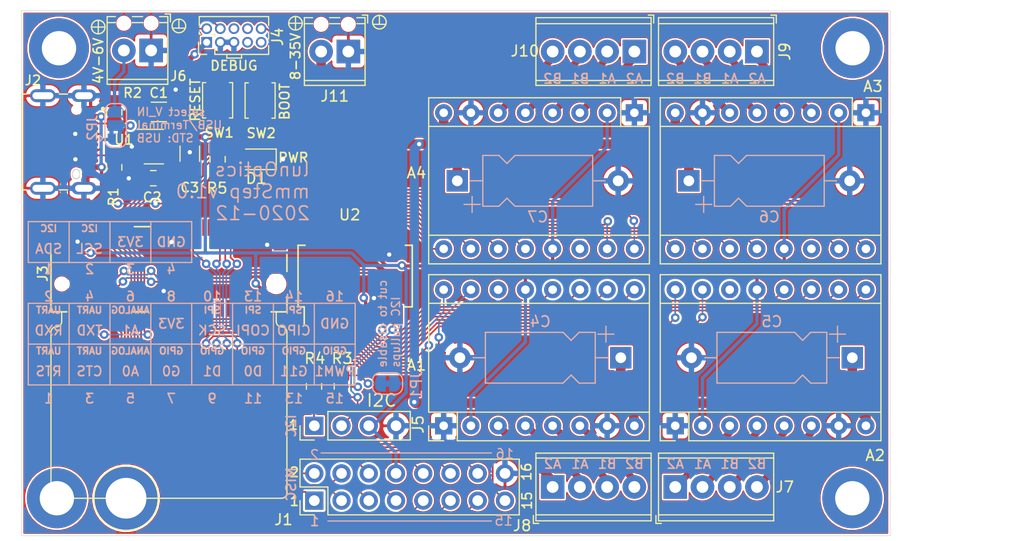
<source format=kicad_pcb>
(kicad_pcb (version 20171130) (host pcbnew "(5.1.8)-1")
  (layers (0 F.Cu signal) (31 B.Cu signal hide) (34 B.Paste user hide) (35 F.Paste user hide) (36 B.SilkS user hide) (37 F.SilkS user) (38 B.Mask user hide) (39 F.Mask user hide) (44 Edge.Cuts user))
  (net 0 "")
  (net 1 GND)
  (net 2 "Net-(C2-Pad1)")
  (net 3 +3V3)
  (net 4 V_USB)
  (net 5 /D-)
  (net 6 /D+)
  (net 7 /CC2)
  (net 8 /CC1)
  (net 9 /SWDIO)
  (net 10 /SWDCK)
  (net 11 /V_R)
  (net 12 /V_IN)
  (net 13 RESET)
  (net 14 "Net-(D1-Pad2)")
  (net 15 Vdrive)
  (net 16 "Net-(A1-Pad6)")
  (net 17 "Net-(A1-Pad5)")
  (net 18 "Net-(A1-Pad4)")
  (net 19 "Net-(A1-Pad3)")
  (net 20 "Net-(A2-Pad6)")
  (net 21 "Net-(A2-Pad5)")
  (net 22 "Net-(A2-Pad4)")
  (net 23 "Net-(A2-Pad3)")
  (net 24 "Net-(A3-Pad6)")
  (net 25 "Net-(A3-Pad5)")
  (net 26 "Net-(A3-Pad4)")
  (net 27 "Net-(A3-Pad3)")
  (net 28 "Net-(A4-Pad6)")
  (net 29 "Net-(A4-Pad5)")
  (net 30 "Net-(A4-Pad4)")
  (net 31 "Net-(A4-Pad3)")
  (net 32 /Drivers/DIR1)
  (net 33 /Drivers/STP1)
  (net 34 /Drivers/DIR2)
  (net 35 /Drivers/STP2)
  (net 36 /Drivers/DIR3)
  (net 37 /Drivers/STP3)
  (net 38 /Drivers/DIR4)
  (net 39 /Drivers/STP4)
  (net 40 /Drivers/M21)
  (net 41 /Drivers/M11)
  (net 42 /Drivers/M01)
  (net 43 /Drivers/~EN1)
  (net 44 /Drivers/M22)
  (net 45 /Drivers/M12)
  (net 46 /Drivers/M02)
  (net 47 /Drivers/~EN2)
  (net 48 /Drivers/M23)
  (net 49 /Drivers/M13)
  (net 50 /Drivers/M03)
  (net 51 /Drivers/~EN3)
  (net 52 /Drivers/M24)
  (net 53 /Drivers/M14)
  (net 54 /Drivers/M04)
  (net 55 /Drivers/~En4)
  (net 56 D1)
  (net 57 RX1)
  (net 58 TX1)
  (net 59 CTS1)
  (net 60 RTS1)
  (net 61 D0)
  (net 62 SPI_MISO)
  (net 63 SPI_MOSI)
  (net 64 SPI_SCK)
  (net 65 /SCL)
  (net 66 /SDA)
  (net 67 A1)
  (net 68 A0)
  (net 69 PWM1)
  (net 70 G0)
  (net 71 G11)
  (net 72 "Net-(JP1-Pad2)")
  (net 73 BOOT)
  (module Module:Pololu_Breakout-16_15.2x20.3mm (layer F.Cu) (at 57.15 9.525 270)
    (fp_text reference A4 (at 5.6134 20.32 180) (layer F.SilkS))
    (fp_text value Pololu_Breakout_DRV8825)
    (pad 16 thru_hole oval (at 12.7 0 270) (size 1.6 1.6) (drill 0.8) (layers *.Cu *.Mask) (net 36 /Drivers/DIR3))
    (pad 8 thru_hole oval (at 0 17.78 270) (size 1.6 1.6) (drill 0.8) (layers *.Cu *.Mask) (net 15 Vdrive))
    (pad 15 thru_hole oval (at 12.7 2.54 270) (size 1.6 1.6) (drill 0.8) (layers *.Cu *.Mask) (net 37 /Drivers/STP3))
    (pad 7 thru_hole oval (at 0 15.24 270) (size 1.6 1.6) (drill 0.8) (layers *.Cu *.Mask) (net 1 GND))
    (pad 14 thru_hole oval (at 12.7 5.08 270) (size 1.6 1.6) (drill 0.8) (layers *.Cu *.Mask))
    (pad 6 thru_hole oval (at 0 12.7 270) (size 1.6 1.6) (drill 0.8) (layers *.Cu *.Mask) (net 28 "Net-(A4-Pad6)"))
    (pad 13 thru_hole oval (at 12.7 7.62 270) (size 1.6 1.6) (drill 0.8) (layers *.Cu *.Mask) (net 3 +3V3))
    (pad 5 thru_hole oval (at 0 10.16 270) (size 1.6 1.6) (drill 0.8) (layers *.Cu *.Mask) (net 29 "Net-(A4-Pad5)"))
    (pad 12 thru_hole oval (at 12.7 10.16 270) (size 1.6 1.6) (drill 0.8) (layers *.Cu *.Mask) (net 52 /Drivers/M24))
    (pad 4 thru_hole oval (at 0 7.62 270) (size 1.6 1.6) (drill 0.8) (layers *.Cu *.Mask) (net 30 "Net-(A4-Pad4)"))
    (pad 11 thru_hole oval (at 12.7 12.7 270) (size 1.6 1.6) (drill 0.8) (layers *.Cu *.Mask) (net 53 /Drivers/M14))
    (pad 3 thru_hole oval (at 0 5.08 270) (size 1.6 1.6) (drill 0.8) (layers *.Cu *.Mask) (net 31 "Net-(A4-Pad3)"))
    (pad 10 thru_hole oval (at 12.7 15.24 270) (size 1.6 1.6) (drill 0.8) (layers *.Cu *.Mask) (net 54 /Drivers/M04))
    (pad 2 thru_hole oval (at 0 2.54 270) (size 1.6 1.6) (drill 0.8) (layers *.Cu *.Mask) (net 3 +3V3))
    (pad 9 thru_hole oval (at 12.7 17.78 270) (size 1.6 1.6) (drill 0.8) (layers *.Cu *.Mask) (net 55 /Drivers/~En4))
    (pad 1 thru_hole rect (at 0 0 270) (size 1.6 1.6) (drill 0.8) (layers *.Cu *.Mask) (net 1 GND))
  )
  (module Module:Pololu_Breakout-16_15.2x20.3mm (layer F.Cu) (at 78.74 9.525 270)
    (fp_text reference A3 (at -2.4638 -0.6604) (layer F.SilkS))
    (fp_text value Pololu_Breakout_DRV8825)
    (pad 16 thru_hole oval (at 12.7 0 270) (size 1.6 1.6) (drill 0.8) (layers *.Cu *.Mask) (net 38 /Drivers/DIR4))
    (pad 8 thru_hole oval (at 0 17.78 270) (size 1.6 1.6) (drill 0.8) (layers *.Cu *.Mask) (net 15 Vdrive))
    (pad 15 thru_hole oval (at 12.7 2.54 270) (size 1.6 1.6) (drill 0.8) (layers *.Cu *.Mask) (net 39 /Drivers/STP4))
    (pad 7 thru_hole oval (at 0 15.24 270) (size 1.6 1.6) (drill 0.8) (layers *.Cu *.Mask) (net 1 GND))
    (pad 14 thru_hole oval (at 12.7 5.08 270) (size 1.6 1.6) (drill 0.8) (layers *.Cu *.Mask))
    (pad 6 thru_hole oval (at 0 12.7 270) (size 1.6 1.6) (drill 0.8) (layers *.Cu *.Mask) (net 24 "Net-(A3-Pad6)"))
    (pad 13 thru_hole oval (at 12.7 7.62 270) (size 1.6 1.6) (drill 0.8) (layers *.Cu *.Mask) (net 3 +3V3))
    (pad 5 thru_hole oval (at 0 10.16 270) (size 1.6 1.6) (drill 0.8) (layers *.Cu *.Mask) (net 25 "Net-(A3-Pad5)"))
    (pad 12 thru_hole oval (at 12.7 10.16 270) (size 1.6 1.6) (drill 0.8) (layers *.Cu *.Mask) (net 48 /Drivers/M23))
    (pad 4 thru_hole oval (at 0 7.62 270) (size 1.6 1.6) (drill 0.8) (layers *.Cu *.Mask) (net 26 "Net-(A3-Pad4)"))
    (pad 11 thru_hole oval (at 12.7 12.7 270) (size 1.6 1.6) (drill 0.8) (layers *.Cu *.Mask) (net 49 /Drivers/M13))
    (pad 3 thru_hole oval (at 0 5.08 270) (size 1.6 1.6) (drill 0.8) (layers *.Cu *.Mask) (net 27 "Net-(A3-Pad3)"))
    (pad 10 thru_hole oval (at 12.7 15.24 270) (size 1.6 1.6) (drill 0.8) (layers *.Cu *.Mask) (net 50 /Drivers/M03))
    (pad 2 thru_hole oval (at 0 2.54 270) (size 1.6 1.6) (drill 0.8) (layers *.Cu *.Mask) (net 3 +3V3))
    (pad 9 thru_hole oval (at 12.7 17.78 270) (size 1.6 1.6) (drill 0.8) (layers *.Cu *.Mask) (net 51 /Drivers/~EN3))
    (pad 1 thru_hole rect (at 0 0 270) (size 1.6 1.6) (drill 0.8) (layers *.Cu *.Mask) (net 1 GND))
  )
  (module Module:Pololu_Breakout-16_15.2x20.3mm (layer F.Cu) (at 39.37 38.735 90)
    (fp_text reference A1 (at 5.6642 -2.54 180) (layer F.SilkS))
    (fp_text value Pololu_Breakout_DRV8825)
    (pad 16 thru_hole oval (at 12.7 0 90) (size 1.6 1.6) (drill 0.8) (layers *.Cu *.Mask) (net 34 /Drivers/DIR2))
    (pad 8 thru_hole oval (at 0 17.78 90) (size 1.6 1.6) (drill 0.8) (layers *.Cu *.Mask) (net 15 Vdrive))
    (pad 15 thru_hole oval (at 12.7 2.54 90) (size 1.6 1.6) (drill 0.8) (layers *.Cu *.Mask) (net 35 /Drivers/STP2))
    (pad 7 thru_hole oval (at 0 15.24 90) (size 1.6 1.6) (drill 0.8) (layers *.Cu *.Mask) (net 1 GND))
    (pad 14 thru_hole oval (at 12.7 5.08 90) (size 1.6 1.6) (drill 0.8) (layers *.Cu *.Mask))
    (pad 6 thru_hole oval (at 0 12.7 90) (size 1.6 1.6) (drill 0.8) (layers *.Cu *.Mask) (net 16 "Net-(A1-Pad6)"))
    (pad 13 thru_hole oval (at 12.7 7.62 90) (size 1.6 1.6) (drill 0.8) (layers *.Cu *.Mask) (net 3 +3V3))
    (pad 5 thru_hole oval (at 0 10.16 90) (size 1.6 1.6) (drill 0.8) (layers *.Cu *.Mask) (net 17 "Net-(A1-Pad5)"))
    (pad 12 thru_hole oval (at 12.7 10.16 90) (size 1.6 1.6) (drill 0.8) (layers *.Cu *.Mask) (net 40 /Drivers/M21))
    (pad 4 thru_hole oval (at 0 7.62 90) (size 1.6 1.6) (drill 0.8) (layers *.Cu *.Mask) (net 18 "Net-(A1-Pad4)"))
    (pad 11 thru_hole oval (at 12.7 12.7 90) (size 1.6 1.6) (drill 0.8) (layers *.Cu *.Mask) (net 41 /Drivers/M11))
    (pad 3 thru_hole oval (at 0 5.08 90) (size 1.6 1.6) (drill 0.8) (layers *.Cu *.Mask) (net 19 "Net-(A1-Pad3)"))
    (pad 10 thru_hole oval (at 12.7 15.24 90) (size 1.6 1.6) (drill 0.8) (layers *.Cu *.Mask) (net 42 /Drivers/M01))
    (pad 2 thru_hole oval (at 0 2.54 90) (size 1.6 1.6) (drill 0.8) (layers *.Cu *.Mask) (net 3 +3V3))
    (pad 9 thru_hole oval (at 12.7 17.78 90) (size 1.6 1.6) (drill 0.8) (layers *.Cu *.Mask) (net 43 /Drivers/~EN1))
    (pad 1 thru_hole rect (at 0 0 90) (size 1.6 1.6) (drill 0.8) (layers *.Cu *.Mask) (net 1 GND))
  )
  (module Module:Pololu_Breakout-16_15.2x20.3mm (layer F.Cu) (at 60.96 38.735 90)
    (fp_text reference A2 (at -2.7686 18.6436 180) (layer F.SilkS))
    (fp_text value Pololu_Breakout_DRV8825)
    (pad 16 thru_hole oval (at 12.7 0 90) (size 1.6 1.6) (drill 0.8) (layers *.Cu *.Mask) (net 32 /Drivers/DIR1))
    (pad 8 thru_hole oval (at 0 17.78 90) (size 1.6 1.6) (drill 0.8) (layers *.Cu *.Mask) (net 15 Vdrive))
    (pad 15 thru_hole oval (at 12.7 2.54 90) (size 1.6 1.6) (drill 0.8) (layers *.Cu *.Mask) (net 33 /Drivers/STP1))
    (pad 7 thru_hole oval (at 0 15.24 90) (size 1.6 1.6) (drill 0.8) (layers *.Cu *.Mask) (net 1 GND))
    (pad 14 thru_hole oval (at 12.7 5.08 90) (size 1.6 1.6) (drill 0.8) (layers *.Cu *.Mask))
    (pad 6 thru_hole oval (at 0 12.7 90) (size 1.6 1.6) (drill 0.8) (layers *.Cu *.Mask) (net 20 "Net-(A2-Pad6)"))
    (pad 13 thru_hole oval (at 12.7 7.62 90) (size 1.6 1.6) (drill 0.8) (layers *.Cu *.Mask) (net 3 +3V3))
    (pad 5 thru_hole oval (at 0 10.16 90) (size 1.6 1.6) (drill 0.8) (layers *.Cu *.Mask) (net 21 "Net-(A2-Pad5)"))
    (pad 12 thru_hole oval (at 12.7 10.16 90) (size 1.6 1.6) (drill 0.8) (layers *.Cu *.Mask) (net 44 /Drivers/M22))
    (pad 4 thru_hole oval (at 0 7.62 90) (size 1.6 1.6) (drill 0.8) (layers *.Cu *.Mask) (net 22 "Net-(A2-Pad4)"))
    (pad 11 thru_hole oval (at 12.7 12.7 90) (size 1.6 1.6) (drill 0.8) (layers *.Cu *.Mask) (net 45 /Drivers/M12))
    (pad 3 thru_hole oval (at 0 5.08 90) (size 1.6 1.6) (drill 0.8) (layers *.Cu *.Mask) (net 23 "Net-(A2-Pad3)"))
    (pad 10 thru_hole oval (at 12.7 15.24 90) (size 1.6 1.6) (drill 0.8) (layers *.Cu *.Mask) (net 46 /Drivers/M02))
    (pad 2 thru_hole oval (at 0 2.54 90) (size 1.6 1.6) (drill 0.8) (layers *.Cu *.Mask) (net 3 +3V3))
    (pad 9 thru_hole oval (at 12.7 17.78 90) (size 1.6 1.6) (drill 0.8) (layers *.Cu *.Mask) (net 47 /Drivers/~EN2))
    (pad 1 thru_hole rect (at 0 0 90) (size 1.6 1.6) (drill 0.8) (layers *.Cu *.Mask) (net 1 GND))
  )
  (module MountingHole:MountingHole_3.2mm_M3_DIN965_Pad (layer F.Cu) (at 77.47 45.5)
    (fp_text reference REF**)
    (fp_text value MountingHole_3.2mm_M3_DIN965_Pad hide)
    (pad 1 thru_hole circle (at 0 0) (size 5.6 5.6) (drill 3.2) (layers *.Cu *.Mask))
  )
  (module Capacitor_THT:CP_Axial_L10.0mm_D4.5mm_P15.00mm_Horizontal (layer B.Cu) (at 40.64 15.875)
    (fp_text reference C7 (at 7.5 3.37) (layer B.SilkS) (effects (justify mirror)))
    (fp_text value 47u)
    (pad 2 thru_hole oval (at 15 0) (size 2 2) (drill 1) (layers *.Cu *.Mask) (net 1 GND))
    (pad 1 thru_hole rect (at 0 0) (size 2 2) (drill 1) (layers *.Cu *.Mask) (net 15 Vdrive))
  )
  (module Capacitor_THT:CP_Axial_L10.0mm_D4.5mm_P15.00mm_Horizontal (layer B.Cu) (at 62.23 15.875)
    (fp_text reference C6 (at 7.5 3.37) (layer B.SilkS) (effects (justify mirror)))
    (fp_text value 47u)
    (pad 2 thru_hole oval (at 15 0) (size 2 2) (drill 1) (layers *.Cu *.Mask) (net 1 GND))
    (pad 1 thru_hole rect (at 0 0) (size 2 2) (drill 1) (layers *.Cu *.Mask) (net 15 Vdrive))
  )
  (module Capacitor_THT:CP_Axial_L10.0mm_D4.5mm_P15.00mm_Horizontal (layer B.Cu) (at 77.47 32.385 180)
    (fp_text reference C5 (at 7.5 3.37) (layer B.SilkS) (effects (justify mirror)))
    (fp_text value 47u)
    (pad 2 thru_hole oval (at 15 0 180) (size 2 2) (drill 1) (layers *.Cu *.Mask) (net 1 GND))
    (pad 1 thru_hole rect (at 0 0 180) (size 2 2) (drill 1) (layers *.Cu *.Mask) (net 15 Vdrive))
  )
  (module Capacitor_THT:CP_Axial_L10.0mm_D4.5mm_P15.00mm_Horizontal (layer B.Cu) (at 55.88 32.385 180)
    (fp_text reference C4 (at 7.5 3.37) (layer B.SilkS) (effects (justify mirror)))
    (fp_text value 47u)
    (pad 2 thru_hole oval (at 15 0 180) (size 2 2) (drill 1) (layers *.Cu *.Mask) (net 1 GND))
    (pad 1 thru_hole rect (at 0 0 180) (size 2 2) (drill 1) (layers *.Cu *.Mask) (net 15 Vdrive))
  )
  (module MicroMod:TE_Connectivity-2199230-4-MFG (layer F.Cu) (at 13.7536 24)
    (fp_text reference J3 (at -11.7724 1.4 90) (layer F.SilkS) (effects (font (size 0.889 0.889) (thickness 0.1524)) (justify left)))
    (fp_text value MICROMOD-2222-C)
    (pad BLT thru_hole circle (at -4 21.5) (size 6 6) (drill 3.8) (layers *.Cu *.Mask))
    (pad 18 smd rect (at -5 3.78) (size 0.3 1.55) (layers F.Cu F.Paste F.Mask) (net 56 D1))
    (pad 16 smd rect (at -5.5 3.78) (size 0.3 1.55) (layers F.Cu F.Paste F.Mask))
    (pad 14 smd rect (at -6 3.78) (size 0.3 1.55) (layers F.Cu F.Paste F.Mask) (net 65 /SCL))
    (pad 12 smd rect (at -6.5 3.78) (size 0.3 1.55) (layers F.Cu F.Paste F.Mask) (net 66 /SDA))
    (pad 19 smd rect (at -4.75 -3.77) (size 0.3 1.55) (layers F.Cu F.Paste F.Mask) (net 57 RX1))
    (pad 17 smd rect (at -5.25 -3.77) (size 0.3 1.55) (layers F.Cu F.Paste F.Mask) (net 58 TX1))
    (pad 15 smd rect (at -5.75 -3.77) (size 0.3 1.55) (layers F.Cu F.Paste F.Mask) (net 59 CTS1))
    (pad 13 smd rect (at -6.25 -3.77) (size 0.3 1.55) (layers F.Cu F.Paste F.Mask) (net 60 RTS1))
    (pad 77 smd rect (at 10.35 -2.995) (size 1.2 2.75) (layers F.Cu F.Paste F.Mask))
    (pad 76 smd rect (at -10.35 -2.995) (size 1.2 2.75) (layers F.Cu F.Paste F.Mask))
    (pad 75 smd rect (at 9.25 -3.77) (size 0.3 1.55) (layers F.Cu F.Paste F.Mask) (net 1 GND))
    (pad 74 smd rect (at 9 3.78) (size 0.3 1.55) (layers F.Cu F.Paste F.Mask) (net 3 +3V3))
    (pad 72 smd rect (at 8.5 3.78) (size 0.3 1.55) (layers F.Cu F.Paste F.Mask))
    (pad 70 smd rect (at 8 3.78) (size 0.3 1.55) (layers F.Cu F.Paste F.Mask))
    (pad 68 smd rect (at 7.5 3.78) (size 0.3 1.55) (layers F.Cu F.Paste F.Mask))
    (pad 66 smd rect (at 7 3.78) (size 0.3 1.55) (layers F.Cu F.Paste F.Mask))
    (pad 64 smd rect (at 6.5 3.78) (size 0.3 1.55) (layers F.Cu F.Paste F.Mask))
    (pad 62 smd rect (at 6 3.78) (size 0.3 1.55) (layers F.Cu F.Paste F.Mask))
    (pad 60 smd rect (at 5.5 3.78) (size 0.3 1.55) (layers F.Cu F.Paste F.Mask))
    (pad 58 smd rect (at 5 3.78) (size 0.3 1.55) (layers F.Cu F.Paste F.Mask))
    (pad 56 smd rect (at 4.5 3.78) (size 0.3 1.55) (layers F.Cu F.Paste F.Mask))
    (pad 54 smd rect (at 4 3.78) (size 0.3 1.55) (layers F.Cu F.Paste F.Mask))
    (pad 52 smd rect (at 3.5 3.78) (size 0.3 1.55) (layers F.Cu F.Paste F.Mask))
    (pad 50 smd rect (at 3 3.78) (size 0.3 1.55) (layers F.Cu F.Paste F.Mask))
    (pad 48 smd rect (at 2.5 3.78) (size 0.3 1.55) (layers F.Cu F.Paste F.Mask) (net 34 /Drivers/DIR2))
    (pad 46 smd rect (at 2 3.78) (size 0.3 1.55) (layers F.Cu F.Paste F.Mask) (net 35 /Drivers/STP2))
    (pad 44 smd rect (at 1.5 3.78) (size 0.3 1.55) (layers F.Cu F.Paste F.Mask) (net 32 /Drivers/DIR1))
    (pad 42 smd rect (at 1 3.78) (size 0.3 1.55) (layers F.Cu F.Paste F.Mask) (net 33 /Drivers/STP1))
    (pad 40 smd rect (at 0.5 3.78) (size 0.3 1.55) (layers F.Cu F.Paste F.Mask) (net 70 G0))
    (pad 38 smd rect (at 0 3.78) (size 0.3 1.55) (layers F.Cu F.Paste F.Mask) (net 67 A1))
    (pad 36 smd rect (at -0.5 3.78) (size 0.3 1.55) (layers F.Cu F.Paste F.Mask) (net 1 GND))
    (pad 34 smd rect (at -1 3.78) (size 0.3 1.55) (layers F.Cu F.Paste F.Mask) (net 68 A0))
    (pad 32 smd rect (at -1.5 3.78) (size 0.3 1.55) (layers F.Cu F.Paste F.Mask))
    (pad 22 smd rect (at -4 3.78) (size 0.3 1.55) (layers F.Cu F.Paste F.Mask))
    (pad 20 smd rect (at -4.5 3.78) (size 0.3 1.55) (layers F.Cu F.Paste F.Mask))
    (pad 10 smd rect (at -7 3.78) (size 0.3 1.55) (layers F.Cu F.Paste F.Mask) (net 61 D0))
    (pad 8 smd rect (at -7.5 3.78) (size 0.3 1.55) (layers F.Cu F.Paste F.Mask) (net 71 G11))
    (pad 6 smd rect (at -8 3.78) (size 0.3 1.55) (layers F.Cu F.Paste F.Mask) (net 13 RESET))
    (pad 4 smd rect (at -8.5 3.78) (size 0.3 1.55) (layers F.Cu F.Paste F.Mask))
    (pad 2 smd rect (at -9 4) (size 0.3 2) (layers F.Cu F.Paste F.Mask) (net 3 +3V3))
    (pad 73 smd rect (at 8.75 -3.77) (size 0.3 1.55) (layers F.Cu F.Paste F.Mask) (net 37 /Drivers/STP3))
    (pad 71 smd rect (at 8.25 -3.77) (size 0.3 1.55) (layers F.Cu F.Paste F.Mask) (net 36 /Drivers/DIR3))
    (pad 69 smd rect (at 7.75 -3.77) (size 0.3 1.55) (layers F.Cu F.Paste F.Mask) (net 39 /Drivers/STP4))
    (pad 67 smd rect (at 7.25 -3.77) (size 0.3 1.55) (layers F.Cu F.Paste F.Mask) (net 38 /Drivers/DIR4))
    (pad 65 smd rect (at 6.75 -3.77) (size 0.3 1.55) (layers F.Cu F.Paste F.Mask))
    (pad 63 smd rect (at 6.25 -3.77) (size 0.3 1.55) (layers F.Cu F.Paste F.Mask))
    (pad 61 smd rect (at 5.75 -3.77) (size 0.3 1.55) (layers F.Cu F.Paste F.Mask) (net 62 SPI_MISO))
    (pad 59 smd rect (at 5.25 -3.77) (size 0.3 1.55) (layers F.Cu F.Paste F.Mask) (net 63 SPI_MOSI))
    (pad 57 smd rect (at 4.75 -3.77) (size 0.3 1.55) (layers F.Cu F.Paste F.Mask) (net 64 SPI_SCK))
    (pad 55 smd rect (at 4.25 -3.77) (size 0.3 1.55) (layers F.Cu F.Paste F.Mask))
    (pad 53 smd rect (at 3.75 -3.77) (size 0.3 1.55) (layers F.Cu F.Paste F.Mask))
    (pad 51 smd rect (at 3.25 -3.77) (size 0.3 1.55) (layers F.Cu F.Paste F.Mask))
    (pad 49 smd rect (at 2.75 -3.77) (size 0.3 1.55) (layers F.Cu F.Paste F.Mask))
    (pad 47 smd rect (at 2.25 -3.77) (size 0.3 1.55) (layers F.Cu F.Paste F.Mask) (net 69 PWM1))
    (pad 45 smd rect (at 1.75 -3.77) (size 0.3 1.55) (layers F.Cu F.Paste F.Mask) (net 1 GND))
    (pad 43 smd rect (at 1.25 -3.77) (size 0.3 1.55) (layers F.Cu F.Paste F.Mask))
    (pad 41 smd rect (at 0.75 -3.77) (size 0.3 1.55) (layers F.Cu F.Paste F.Mask))
    (pad 39 smd rect (at 0.25 -3.77) (size 0.3 1.55) (layers F.Cu F.Paste F.Mask) (net 1 GND))
    (pad 37 smd rect (at -0.25 -3.77) (size 0.3 1.55) (layers F.Cu F.Paste F.Mask))
    (pad 35 smd rect (at -0.75 -3.77) (size 0.3 1.55) (layers F.Cu F.Paste F.Mask))
    (pad 33 smd rect (at -1.25 -3.77) (size 0.3 1.55) (layers F.Cu F.Paste F.Mask) (net 1 GND))
    (pad 23 smd rect (at -3.75 -3.77) (size 0.3 1.55) (layers F.Cu F.Paste F.Mask) (net 9 /SWDIO))
    (pad 21 smd rect (at -4.25 -3.77) (size 0.3 1.55) (layers F.Cu F.Paste F.Mask) (net 10 /SWDCK))
    (pad 11 smd rect (at -6.75 -3.77) (size 0.3 1.55) (layers F.Cu F.Paste F.Mask) (net 73 BOOT))
    (pad 9 smd rect (at -7.25 -3.77) (size 0.3 1.55) (layers F.Cu F.Paste F.Mask) (net 4 V_USB))
    (pad 7 smd rect (at -7.75 -3.77) (size 0.3 1.55) (layers F.Cu F.Paste F.Mask) (net 1 GND))
    (pad 5 smd rect (at -8.25 -3.77) (size 0.3 1.55) (layers F.Cu F.Paste F.Mask) (net 5 /D-))
    (pad 3 smd rect (at -8.75 -3.77) (size 0.3 1.55) (layers F.Cu F.Paste F.Mask) (net 6 /D+))
    (pad 1 smd rect (at -9.25 -3.77) (size 0.3 1.55) (layers F.Cu F.Paste F.Mask) (net 1 GND))
    (pad ~ np_thru_hole circle (at 10 1.505) (size 1.6 1.6) (drill 1.6) (layers *.Cu *.Mask))
    (pad ~ np_thru_hole circle (at -10 1.505) (size 1.1 1.1) (drill 1.1) (layers *.Cu *.Mask))
  )
  (module Resistor_SMD:R_0805_2012Metric_Pad1.15x1.40mm_HandSolder (layer F.Cu) (at 27.2796 35.061 90)
    (fp_text reference R4 (at 2.6072 0.0762 180) (layer F.SilkS))
    (fp_text value 2k2)
    (pad 2 smd roundrect (at 1.025 0 90) (size 1.15 1.4) (layers F.Cu F.Paste F.Mask) (roundrect_rratio 0.2173904347826087) (net 72 "Net-(JP1-Pad2)"))
    (pad 1 smd roundrect (at -1.025 0 90) (size 1.15 1.4) (layers F.Cu F.Paste F.Mask) (roundrect_rratio 0.2173904347826087) (net 66 /SDA))
  )
  (module Resistor_SMD:R_0805_2012Metric_Pad1.15x1.40mm_HandSolder (layer F.Cu) (at 29.8704 35.061 90)
    (fp_text reference R3 (at 2.6072 0.0254 180) (layer F.SilkS))
    (fp_text value 2k2)
    (pad 2 smd roundrect (at 1.025 0 90) (size 1.15 1.4) (layers F.Cu F.Paste F.Mask) (roundrect_rratio 0.2173904347826087) (net 72 "Net-(JP1-Pad2)"))
    (pad 1 smd roundrect (at -1.025 0 90) (size 1.15 1.4) (layers F.Cu F.Paste F.Mask) (roundrect_rratio 0.2173904347826087) (net 65 /SCL))
  )
  (module Jumper:SolderJumper-2_P1.3mm_Bridged_RoundedPad1.0x1.5mm (layer B.Cu) (at 34.1376 34.798 180)
    (fp_text reference JP1 (at -2.6924 -0.127 90) (layer B.SilkS) (effects (justify mirror)))
    (fp_text value SolderJumper_2_Bridged)
    (fp_poly (pts (xy 0.25 0.3) (xy -0.25 0.3) (xy -0.25 -0.3) (xy 0.25 -0.3)) (layer B.Cu) (width 0))
    (pad 1 smd custom (at -0.65 0 180) (size 1 0.5) (layers B.Cu B.Mask) (net 3 +3V3) (options (clearance outline) (anchor rect)) (primitives (gr_circle (center 0 -0.25) (end 0.5 -0.25) (width 0)) (gr_circle (center 0 0.25) (end 0.5 0.25) (width 0)) (gr_poly (pts (xy 0 0.75) (xy 0.5 0.75) (xy 0.5 -0.75) (xy 0 -0.75)) (width 0))))
    (pad 2 smd custom (at 0.65 0 180) (size 1 0.5) (layers B.Cu B.Mask) (net 72 "Net-(JP1-Pad2)") (options (clearance outline) (anchor rect)) (primitives (gr_circle (center 0 -0.25) (end 0.5 -0.25) (width 0)) (gr_circle (center 0 0.25) (end 0.5 0.25) (width 0)) (gr_poly (pts (xy 0 0.75) (xy -0.5 0.75) (xy -0.5 -0.75) (xy 0 -0.75)) (width 0))))
  )
  (module Connector_PinHeader_2.54mm:PinHeader_1x04_P2.54mm_Vertical (layer F.Cu) (at 27.305 38.735 90)
    (fp_text reference J5 (at 0.127 9.6774 270) (layer F.SilkS))
    (fp_text value I2C)
    (pad 4 thru_hole oval (at 0 7.62 90) (size 1.7 1.7) (drill 1) (layers *.Cu *.Mask) (net 1 GND))
    (pad 3 thru_hole oval (at 0 5.08 90) (size 1.7 1.7) (drill 1) (layers *.Cu *.Mask) (net 3 +3V3))
    (pad 2 thru_hole oval (at 0 2.54 90) (size 1.7 1.7) (drill 1) (layers *.Cu *.Mask) (net 65 /SCL))
    (pad 1 thru_hole rect (at 0 0 90) (size 1.7 1.7) (drill 1) (layers *.Cu *.Mask) (net 66 /SDA))
  )
  (module Connector_PinHeader_2.54mm:PinHeader_2x08_P2.54mm_Vertical (layer F.Cu) (at 27.305 45.72 90)
    (fp_text reference J1 (at -1.778 -2.8702 180) (layer F.SilkS))
    (fp_text value Conn_02x08_Top_Bottom)
    (pad 16 thru_hole oval (at 2.54 17.78 90) (size 1.7 1.7) (drill 1) (layers *.Cu *.Mask) (net 1 GND))
    (pad 15 thru_hole oval (at 0 17.78 90) (size 1.7 1.7) (drill 1) (layers *.Cu *.Mask) (net 69 PWM1))
    (pad 14 thru_hole oval (at 2.54 15.24 90) (size 1.7 1.7) (drill 1) (layers *.Cu *.Mask) (net 62 SPI_MISO))
    (pad 13 thru_hole oval (at 0 15.24 90) (size 1.7 1.7) (drill 1) (layers *.Cu *.Mask) (net 71 G11))
    (pad 12 thru_hole oval (at 2.54 12.7 90) (size 1.7 1.7) (drill 1) (layers *.Cu *.Mask) (net 63 SPI_MOSI))
    (pad 11 thru_hole oval (at 0 12.7 90) (size 1.7 1.7) (drill 1) (layers *.Cu *.Mask) (net 61 D0))
    (pad 10 thru_hole oval (at 2.54 10.16 90) (size 1.7 1.7) (drill 1) (layers *.Cu *.Mask) (net 64 SPI_SCK))
    (pad 9 thru_hole oval (at 0 10.16 90) (size 1.7 1.7) (drill 1) (layers *.Cu *.Mask) (net 56 D1))
    (pad 8 thru_hole oval (at 2.54 7.62 90) (size 1.7 1.7) (drill 1) (layers *.Cu *.Mask) (net 3 +3V3))
    (pad 7 thru_hole oval (at 0 7.62 90) (size 1.7 1.7) (drill 1) (layers *.Cu *.Mask) (net 70 G0))
    (pad 6 thru_hole oval (at 2.54 5.08 90) (size 1.7 1.7) (drill 1) (layers *.Cu *.Mask) (net 67 A1))
    (pad 5 thru_hole oval (at 0 5.08 90) (size 1.7 1.7) (drill 1) (layers *.Cu *.Mask) (net 68 A0))
    (pad 4 thru_hole oval (at 2.54 2.54 90) (size 1.7 1.7) (drill 1) (layers *.Cu *.Mask) (net 58 TX1))
    (pad 3 thru_hole oval (at 0 2.54 90) (size 1.7 1.7) (drill 1) (layers *.Cu *.Mask) (net 59 CTS1))
    (pad 2 thru_hole oval (at 2.54 0 90) (size 1.7 1.7) (drill 1) (layers *.Cu *.Mask) (net 57 RX1))
    (pad 1 thru_hole rect (at 0 0 90) (size 1.7 1.7) (drill 1) (layers *.Cu *.Mask) (net 60 RTS1))
  )
  (module Package_SO:SSOP-28_5.3x10.2mm_P0.65mm (layer F.Cu) (at 31.115 24.765 90)
    (fp_text reference U2 (at 5.715 -0.508 180) (layer F.SilkS))
    (fp_text value MCP23017_SS)
    (pad 28 smd rect (at 3.6 -4.225 90) (size 1.75 0.45) (layers F.Cu F.Paste F.Mask) (net 48 /Drivers/M23))
    (pad 27 smd rect (at 3.6 -3.575 90) (size 1.75 0.45) (layers F.Cu F.Paste F.Mask) (net 49 /Drivers/M13))
    (pad 26 smd rect (at 3.6 -2.925 90) (size 1.75 0.45) (layers F.Cu F.Paste F.Mask) (net 50 /Drivers/M03))
    (pad 25 smd rect (at 3.6 -2.275 90) (size 1.75 0.45) (layers F.Cu F.Paste F.Mask) (net 51 /Drivers/~EN3))
    (pad 24 smd rect (at 3.6 -1.625 90) (size 1.75 0.45) (layers F.Cu F.Paste F.Mask) (net 52 /Drivers/M24))
    (pad 23 smd rect (at 3.6 -0.975 90) (size 1.75 0.45) (layers F.Cu F.Paste F.Mask) (net 53 /Drivers/M14))
    (pad 22 smd rect (at 3.6 -0.325 90) (size 1.75 0.45) (layers F.Cu F.Paste F.Mask) (net 54 /Drivers/M04))
    (pad 21 smd rect (at 3.6 0.325 90) (size 1.75 0.45) (layers F.Cu F.Paste F.Mask) (net 55 /Drivers/~En4))
    (pad 20 smd rect (at 3.6 0.975 90) (size 1.75 0.45) (layers F.Cu F.Paste F.Mask))
    (pad 19 smd rect (at 3.6 1.625 90) (size 1.75 0.45) (layers F.Cu F.Paste F.Mask))
    (pad 18 smd rect (at 3.6 2.275 90) (size 1.75 0.45) (layers F.Cu F.Paste F.Mask) (net 3 +3V3))
    (pad 17 smd rect (at 3.6 2.925 90) (size 1.75 0.45) (layers F.Cu F.Paste F.Mask) (net 1 GND))
    (pad 16 smd rect (at 3.6 3.575 90) (size 1.75 0.45) (layers F.Cu F.Paste F.Mask) (net 1 GND))
    (pad 15 smd rect (at 3.6 4.225 90) (size 1.75 0.45) (layers F.Cu F.Paste F.Mask) (net 1 GND))
    (pad 14 smd rect (at -3.6 4.225 90) (size 1.75 0.45) (layers F.Cu F.Paste F.Mask))
    (pad 13 smd rect (at -3.6 3.575 90) (size 1.75 0.45) (layers F.Cu F.Paste F.Mask) (net 66 /SDA))
    (pad 12 smd rect (at -3.6 2.925 90) (size 1.75 0.45) (layers F.Cu F.Paste F.Mask) (net 65 /SCL))
    (pad 11 smd rect (at -3.6 2.275 90) (size 1.75 0.45) (layers F.Cu F.Paste F.Mask))
    (pad 10 smd rect (at -3.6 1.625 90) (size 1.75 0.45) (layers F.Cu F.Paste F.Mask) (net 1 GND))
    (pad 9 smd rect (at -3.6 0.975 90) (size 1.75 0.45) (layers F.Cu F.Paste F.Mask) (net 3 +3V3))
    (pad 8 smd rect (at -3.6 0.325 90) (size 1.75 0.45) (layers F.Cu F.Paste F.Mask) (net 40 /Drivers/M21))
    (pad 7 smd rect (at -3.6 -0.325 90) (size 1.75 0.45) (layers F.Cu F.Paste F.Mask) (net 41 /Drivers/M11))
    (pad 6 smd rect (at -3.6 -0.975 90) (size 1.75 0.45) (layers F.Cu F.Paste F.Mask) (net 42 /Drivers/M01))
    (pad 5 smd rect (at -3.6 -1.625 90) (size 1.75 0.45) (layers F.Cu F.Paste F.Mask) (net 43 /Drivers/~EN1))
    (pad 4 smd rect (at -3.6 -2.275 90) (size 1.75 0.45) (layers F.Cu F.Paste F.Mask) (net 44 /Drivers/M22))
    (pad 3 smd rect (at -3.6 -2.925 90) (size 1.75 0.45) (layers F.Cu F.Paste F.Mask) (net 45 /Drivers/M12))
    (pad 2 smd rect (at -3.6 -3.575 90) (size 1.75 0.45) (layers F.Cu F.Paste F.Mask) (net 46 /Drivers/M02))
    (pad 1 smd rect (at -3.6 -4.225 90) (size 1.75 0.45) (layers F.Cu F.Paste F.Mask) (net 47 /Drivers/~EN2))
  )
  (module TerminalBlock_Phoenix:TerminalBlock_Phoenix_MPT-0,5-2-2.54_1x02_P2.54mm_Horizontal (layer F.Cu) (at 30.48 3.81 180)
    (fp_text reference J11 (at 1.27 -4.16) (layer F.SilkS))
    (fp_text value Screw_Terminal_01x02)
    (pad "" np_thru_hole circle (at 2.54 2.54 180) (size 1.1 1.1) (drill 1.1) (layers *.Cu *.Mask))
    (pad 2 thru_hole circle (at 2.54 0 180) (size 2.2 2.2) (drill 1.1) (layers *.Cu *.Mask) (net 15 Vdrive))
    (pad "" np_thru_hole circle (at 0 2.54 180) (size 1.1 1.1) (drill 1.1) (layers *.Cu *.Mask))
    (pad 1 thru_hole rect (at 0 0 180) (size 2.2 2.2) (drill 1.1) (layers *.Cu *.Mask) (net 1 GND))
  )
  (module TerminalBlock_Phoenix:TerminalBlock_Phoenix_MPT-0,5-4-2.54_1x04_P2.54mm_Horizontal (layer F.Cu) (at 68.58 3.81 180)
    (fp_text reference J9 (at -2.5908 0 90) (layer F.SilkS))
    (fp_text value Screw_Terminal_01x04)
    (pad 4 thru_hole circle (at 7.62 0 180) (size 2.2 2.2) (drill 1.1) (layers *.Cu *.Mask) (net 24 "Net-(A3-Pad6)"))
    (pad 3 thru_hole circle (at 5.08 0 180) (size 2.2 2.2) (drill 1.1) (layers *.Cu *.Mask) (net 25 "Net-(A3-Pad5)"))
    (pad 2 thru_hole circle (at 2.54 0 180) (size 2.2 2.2) (drill 1.1) (layers *.Cu *.Mask) (net 26 "Net-(A3-Pad4)"))
    (pad 1 thru_hole rect (at 0 0 180) (size 2.2 2.2) (drill 1.1) (layers *.Cu *.Mask) (net 27 "Net-(A3-Pad3)"))
  )
  (module TerminalBlock_Phoenix:TerminalBlock_Phoenix_MPT-0,5-4-2.54_1x04_P2.54mm_Horizontal (layer F.Cu) (at 57.15 3.81 180)
    (fp_text reference J10 (at 10.2108 0.0508 180) (layer F.SilkS))
    (fp_text value Screw_Terminal_01x04)
    (pad 4 thru_hole circle (at 7.62 0 180) (size 2.2 2.2) (drill 1.1) (layers *.Cu *.Mask) (net 28 "Net-(A4-Pad6)"))
    (pad 3 thru_hole circle (at 5.08 0 180) (size 2.2 2.2) (drill 1.1) (layers *.Cu *.Mask) (net 29 "Net-(A4-Pad5)"))
    (pad 2 thru_hole circle (at 2.54 0 180) (size 2.2 2.2) (drill 1.1) (layers *.Cu *.Mask) (net 30 "Net-(A4-Pad4)"))
    (pad 1 thru_hole rect (at 0 0 180) (size 2.2 2.2) (drill 1.1) (layers *.Cu *.Mask) (net 31 "Net-(A4-Pad3)"))
  )
  (module TerminalBlock_Phoenix:TerminalBlock_Phoenix_MPT-0,5-4-2.54_1x04_P2.54mm_Horizontal (layer F.Cu) (at 49.53 44.45)
    (fp_text reference J8 (at -2.8448 3.6068) (layer F.SilkS))
    (fp_text value Screw_Terminal_01x04)
    (pad 4 thru_hole circle (at 7.62 0) (size 2.2 2.2) (drill 1.1) (layers *.Cu *.Mask) (net 16 "Net-(A1-Pad6)"))
    (pad 3 thru_hole circle (at 5.08 0) (size 2.2 2.2) (drill 1.1) (layers *.Cu *.Mask) (net 17 "Net-(A1-Pad5)"))
    (pad 2 thru_hole circle (at 2.54 0) (size 2.2 2.2) (drill 1.1) (layers *.Cu *.Mask) (net 18 "Net-(A1-Pad4)"))
    (pad 1 thru_hole rect (at 0 0) (size 2.2 2.2) (drill 1.1) (layers *.Cu *.Mask) (net 19 "Net-(A1-Pad3)"))
  )
  (module TerminalBlock_Phoenix:TerminalBlock_Phoenix_MPT-0,5-4-2.54_1x04_P2.54mm_Horizontal (layer F.Cu) (at 60.96 44.45)
    (fp_text reference J7 (at 10.2108 0) (layer F.SilkS))
    (fp_text value Screw_Terminal_01x04)
    (pad 4 thru_hole circle (at 7.62 0) (size 2.2 2.2) (drill 1.1) (layers *.Cu *.Mask) (net 20 "Net-(A2-Pad6)"))
    (pad 3 thru_hole circle (at 5.08 0) (size 2.2 2.2) (drill 1.1) (layers *.Cu *.Mask) (net 21 "Net-(A2-Pad5)"))
    (pad 2 thru_hole circle (at 2.54 0) (size 2.2 2.2) (drill 1.1) (layers *.Cu *.Mask) (net 22 "Net-(A2-Pad4)"))
    (pad 1 thru_hole rect (at 0 0) (size 2.2 2.2) (drill 1.1) (layers *.Cu *.Mask) (net 23 "Net-(A2-Pad3)"))
  )
  (module myCon:JAE_DX07S016JA1R1500 (layer F.Cu) (at 5.1 12.25 270)
    (fp_text reference J2 (at -5.7476 4.0332 180) (layer F.SilkS) (effects (font (size 0.889 0.889) (thickness 0.1524))))
    (fp_text value DX07S016JA1R1500)
    (fp_line (start 2.875 -0.315) (end 3.125 -0.315) (layer Edge.Cuts) (width 0.1))
    (fp_line (start 3.125 0.315) (end 2.875 0.315) (layer Edge.Cuts) (width 0.1))
    (fp_arc (start 2.875 0) (end 2.875 -0.315) (angle -90) (layer Edge.Cuts) (width 0.1))
    (fp_arc (start 2.875 0) (end 2.56 0) (angle -90) (layer Edge.Cuts) (width 0.1))
    (fp_arc (start 3.125 0) (end 3.125 0.315) (angle -90) (layer Edge.Cuts) (width 0.1))
    (fp_arc (start 3.125 0) (end 3.44 0) (angle -90) (layer Edge.Cuts) (width 0.1))
    (pad S6 thru_hole oval (at 4.32 3.1 270) (size 1.2 2.4) (drill oval 0.65 1.95) (layers *.Cu *.Mask) (net 1 GND))
    (pad S5 thru_hole oval (at -4.32 3.1 270) (size 1.2 2.4) (drill oval 0.65 1.95) (layers *.Cu *.Mask) (net 1 GND))
    (pad S4 thru_hole oval (at 4.32 -0.725 270) (size 1.158 2.316) (drill oval 0.65 1.65) (layers *.Cu *.Mask) (net 1 GND))
    (pad S3 thru_hole oval (at -4.32 -0.725 270) (size 1.158 2.316) (drill oval 0.65 1.65) (layers *.Cu *.Mask) (net 1 GND))
    (pad None np_thru_hole circle (at -3 0 270) (size 0.63 0.63) (drill 0.63) (layers *.Cu *.Mask))
    (pad S2 smd rect (at 1.4 3.1 270) (size 1 2) (layers F.Cu F.Paste F.Mask) (net 1 GND))
    (pad S1 smd rect (at -1.4 3.1 270) (size 1 2) (layers F.Cu F.Paste F.Mask) (net 1 GND))
    (pad None np_thru_hole circle (at 3 0 270) (size 0.63 0.63) (drill 0.63) (layers *.Cu *.Mask))
    (pad None np_thru_hole circle (at 3 0 270) (size 0.6 0.6) (drill 0.6) (layers *.Cu *.Mask))
    (pad 9 smd rect (at 1.25 -1.3 270) (size 0.27 1.5) (layers F.Cu F.Paste F.Mask) (net 7 /CC2))
    (pad 8 smd rect (at 0.75 -1.3 270) (size 0.27 1.5) (layers F.Cu F.Paste F.Mask) (net 5 /D-))
    (pad 7 smd rect (at 0.25 -1.3 270) (size 0.27 1.5) (layers F.Cu F.Paste F.Mask) (net 6 /D+))
    (pad 6 smd rect (at -0.25 -1.3 270) (size 0.27 1.5) (layers F.Cu F.Paste F.Mask) (net 6 /D+))
    (pad 5 smd rect (at -0.75 -1.3 270) (size 0.27 1.5) (layers F.Cu F.Paste F.Mask) (net 5 /D-))
    (pad 4 smd rect (at -1.25 -1.3 270) (size 0.27 1.5) (layers F.Cu F.Paste F.Mask))
    (pad 10 smd rect (at 1.75 -1.3 270) (size 0.27 1.5) (layers F.Cu F.Paste F.Mask))
    (pad 3 smd rect (at -1.75 -1.3 270) (size 0.27 1.5) (layers F.Cu F.Paste F.Mask) (net 8 /CC1))
    (pad 11 smd rect (at 2.35 -1.3 270) (size 0.52 1.5) (layers F.Cu F.Paste F.Mask) (net 4 V_USB))
    (pad 2 smd rect (at -2.35 -1.3 270) (size 0.52 1.5) (layers F.Cu F.Paste F.Mask) (net 4 V_USB))
    (pad 12 smd rect (at 3.1 -1.3 270) (size 0.52 1.5) (layers F.Cu F.Paste F.Mask) (net 1 GND))
    (pad 1 smd rect (at -3.1 -1.3 270) (size 0.52 1.5) (layers F.Cu F.Paste F.Mask) (net 1 GND))
  )
  (module MountingHole:MountingHole_3.2mm_M3_DIN965_Pad (layer F.Cu) (at 3.5 3.5)
    (fp_text reference REF**)
    (fp_text value MountingHole_3.2mm_M3_DIN965_Pad)
    (pad 1 thru_hole circle (at 0 0) (size 5.6 5.6) (drill 3.2) (layers *.Cu *.Mask))
  )
  (module MountingHole:MountingHole_3.2mm_M3_DIN965_Pad (layer F.Cu) (at 77.5 3.5)
    (fp_text reference REF**)
    (fp_text value MountingHole_3.2mm_M3_DIN965_Pad)
    (pad 1 thru_hole circle (at 0 0) (size 5.6 5.6) (drill 3.2) (layers *.Cu *.Mask))
  )
  (module MountingHole:MountingHole_3.2mm_M3_DIN965_Pad (layer F.Cu) (at 3.302 45.5)
    (fp_text reference REF**)
    (fp_text value MountingHole_3.2mm_M3_DIN965_Pad)
    (pad 1 thru_hole circle (at 0 0) (size 5.6 5.6) (drill 3.2) (layers *.Cu *.Mask))
  )
  (module Resistor_SMD:R_0805_2012Metric_Pad1.15x1.40mm_HandSolder (layer F.Cu) (at 18.288 13.8684 270)
    (fp_text reference R5 (at 2.6924 0.0508 180) (layer F.SilkS))
    (fp_text value 1k)
    (pad 2 smd roundrect (at 1.025 0 270) (size 1.15 1.4) (layers F.Cu F.Paste F.Mask) (roundrect_rratio 0.2173904347826087) (net 14 "Net-(D1-Pad2)"))
    (pad 1 smd roundrect (at -1.025 0 270) (size 1.15 1.4) (layers F.Cu F.Paste F.Mask) (roundrect_rratio 0.2173904347826087) (net 3 +3V3))
  )
  (module LED_SMD:LED_0805_2012Metric_Pad1.15x1.40mm_HandSolder (layer F.Cu) (at 21.8948 13.8684 180)
    (fp_text reference D1 (at 0 -1.778) (layer F.SilkS))
    (fp_text value LED_Small)
    (pad 2 smd roundrect (at 1.025 0 180) (size 1.15 1.4) (layers F.Cu F.Paste F.Mask) (roundrect_rratio 0.2173904347826087) (net 14 "Net-(D1-Pad2)"))
    (pad 1 smd roundrect (at -1.025 0 180) (size 1.15 1.4) (layers F.Cu F.Paste F.Mask) (roundrect_rratio 0.2173904347826087) (net 1 GND))
  )
  (module Button_Switch_SMD:SW_SPST_B3U-1000P (layer F.Cu) (at 22.2504 8.382 90)
    (fp_text reference SW2 (at -3.048 0.1016 180) (layer F.SilkS) (effects (font (size 0.889 0.889) (thickness 0.1524))))
    (fp_text value SW_Push)
    (pad 2 smd rect (at 1.7 0 90) (size 0.9 1.7) (layers F.Cu F.Paste F.Mask) (net 1 GND))
    (pad 1 smd rect (at -1.7 0 90) (size 0.9 1.7) (layers F.Cu F.Paste F.Mask) (net 73 BOOT))
  )
  (module Button_Switch_SMD:SW_SPST_B3U-1000P (layer F.Cu) (at 18.288 8.3584 90)
    (fp_text reference SW1 (at -3.0208 0.1524) (layer F.SilkS) (effects (font (size 0.889 0.889) (thickness 0.1524))))
    (fp_text value SW_Push)
    (pad 2 smd rect (at 1.7 0 90) (size 0.9 1.7) (layers F.Cu F.Paste F.Mask) (net 1 GND))
    (pad 1 smd rect (at -1.7 0 90) (size 0.9 1.7) (layers F.Cu F.Paste F.Mask) (net 13 RESET))
  )
  (module Connector_PinHeader_1.27mm:PinHeader_2x05_P1.27mm_Vertical (layer F.Cu) (at 17.272 2.9464 90)
    (fp_text reference J4 (at 0.508 6.604 90) (layer F.SilkS))
    (fp_text value DEBUG)
    (pad 10 thru_hole oval (at 1.27 5.08 90) (size 1 1) (drill 0.65) (layers *.Cu *.Mask) (net 13 RESET))
    (pad 9 thru_hole oval (at 0 5.08 90) (size 1 1) (drill 0.65) (layers *.Cu *.Mask))
    (pad 8 thru_hole oval (at 1.27 3.81 90) (size 1 1) (drill 0.65) (layers *.Cu *.Mask))
    (pad 7 thru_hole oval (at 0 3.81 90) (size 1 1) (drill 0.65) (layers *.Cu *.Mask))
    (pad 6 thru_hole oval (at 1.27 2.54 90) (size 1 1) (drill 0.65) (layers *.Cu *.Mask))
    (pad 5 thru_hole oval (at 0 2.54 90) (size 1 1) (drill 0.65) (layers *.Cu *.Mask) (net 1 GND))
    (pad 4 thru_hole oval (at 1.27 1.27 90) (size 1 1) (drill 0.65) (layers *.Cu *.Mask) (net 10 /SWDCK))
    (pad 3 thru_hole oval (at 0 1.27 90) (size 1 1) (drill 0.65) (layers *.Cu *.Mask) (net 1 GND))
    (pad 2 thru_hole oval (at 1.27 0 90) (size 1 1) (drill 0.65) (layers *.Cu *.Mask) (net 9 /SWDIO))
    (pad 1 thru_hole rect (at 0 0 90) (size 1 1) (drill 0.65) (layers *.Cu *.Mask) (net 3 +3V3))
  )
  (module Resistor_SMD:R_0805_2012Metric_Pad1.15x1.40mm_HandSolder (layer F.Cu) (at 8.65 9.475 90)
    (fp_text reference R2 (at 1.8042 1.7132 180) (layer F.SilkS) (effects (font (size 0.889 0.889) (thickness 0.1524))))
    (fp_text value 5k1)
    (pad 2 smd roundrect (at 1.025 0 90) (size 1.15 1.4) (layers F.Cu F.Paste F.Mask) (roundrect_rratio 0.2173904347826087) (net 1 GND))
    (pad 1 smd roundrect (at -1.025 0 90) (size 1.15 1.4) (layers F.Cu F.Paste F.Mask) (roundrect_rratio 0.2173904347826087) (net 8 /CC1))
  )
  (module Resistor_SMD:R_0805_2012Metric_Pad1.15x1.40mm_HandSolder (layer F.Cu) (at 8.65 14.6214 270)
    (fp_text reference R1 (at 2.7522 0.0648 90) (layer F.SilkS) (effects (font (size 0.889 0.889) (thickness 0.1524))))
    (fp_text value 5k1)
    (pad 2 smd roundrect (at 1.025 0 270) (size 1.15 1.4) (layers F.Cu F.Paste F.Mask) (roundrect_rratio 0.2173904347826087) (net 1 GND))
    (pad 1 smd roundrect (at -1.025 0 270) (size 1.15 1.4) (layers F.Cu F.Paste F.Mask) (roundrect_rratio 0.2173904347826087) (net 7 /CC2))
  )
  (module TerminalBlock_Phoenix:TerminalBlock_Phoenix_MPT-0,5-2-2.54_1x02_P2.54mm_Horizontal (layer F.Cu) (at 12.0904 3.7084 180)
    (fp_text reference J6 (at -2.54 -2.3876) (layer F.SilkS) (effects (font (size 0.889 0.889) (thickness 0.1524))))
    (fp_text value Screw_Terminal_01x02)
    (pad "" np_thru_hole circle (at 2.54 2.54 180) (size 1.1 1.1) (drill 1.1) (layers *.Cu *.Mask))
    (pad 2 thru_hole circle (at 2.54 0 180) (size 2.2 2.2) (drill 1.1) (layers *.Cu *.Mask) (net 12 /V_IN))
    (pad "" np_thru_hole circle (at 0 2.54 180) (size 1.1 1.1) (drill 1.1) (layers *.Cu *.Mask))
    (pad 1 thru_hole rect (at 0 0 180) (size 2.2 2.2) (drill 1.1) (layers *.Cu *.Mask) (net 1 GND))
  )
  (module Jumper:SolderJumper-3_P1.3mm_Bridged2Bar12_RoundedPad1.0x1.5mm (layer B.Cu) (at 8.7884 10.7188 90)
    (fp_text reference JP2 (at -0.2032 -2.1844 270) (layer B.SilkS) (effects (font (size 0.889 0.889) (thickness 0.1524)) (justify mirror)))
    (fp_text value SolderJumper_3_Bridged12)
    (fp_poly (pts (xy -0.9 -0.2) (xy -0.4 -0.2) (xy -0.4 -0.6) (xy -0.9 -0.6)) (layer B.Cu) (width 0))
    (fp_poly (pts (xy -0.9 0.6) (xy -0.4 0.6) (xy -0.4 0.2) (xy -0.9 0.2)) (layer B.Cu) (width 0))
    (pad 1 smd custom (at -1.3 0 90) (size 1 0.5) (layers B.Cu B.Mask) (net 4 V_USB) (options (clearance outline) (anchor rect)) (primitives (gr_circle (center 0 -0.25) (end 0.5 -0.25) (width 0)) (gr_circle (center 0 0.25) (end 0.5 0.25) (width 0)) (gr_poly (pts (xy 0.55 0.75) (xy 0 0.75) (xy 0 -0.75) (xy 0.55 -0.75)) (width 0))))
    (pad 2 smd rect (at 0 0 90) (size 1 1.5) (layers B.Cu B.Mask) (net 11 /V_R))
    (pad 3 smd custom (at 1.3 0 90) (size 1 0.5) (layers B.Cu B.Mask) (net 12 /V_IN) (options (clearance outline) (anchor rect)) (primitives (gr_circle (center 0 -0.25) (end 0.5 -0.25) (width 0)) (gr_circle (center 0 0.25) (end 0.5 0.25) (width 0)) (gr_poly (pts (xy -0.55 0.75) (xy 0 0.75) (xy 0 -0.75) (xy -0.55 -0.75)) (width 0))))
  )
  (module Package_TO_SOT_SMD:SOT-23-5 (layer F.Cu) (at 12.3444 12.684)
    (fp_text reference U1 (at -2.794 -0.6444) (layer F.SilkS) (effects (font (size 0.889 0.889) (thickness 0.1524))))
    (fp_text value MIC5219-3.3YM5)
    (pad 5 smd rect (at 1.1 -0.95) (size 1.06 0.65) (layers F.Cu F.Paste F.Mask) (net 3 +3V3))
    (pad 4 smd rect (at 1.1 0.95) (size 1.06 0.65) (layers F.Cu F.Paste F.Mask) (net 2 "Net-(C2-Pad1)"))
    (pad 3 smd rect (at -1.1 0.95) (size 1.06 0.65) (layers F.Cu F.Paste F.Mask) (net 11 /V_R))
    (pad 2 smd rect (at -1.1 0) (size 1.06 0.65) (layers F.Cu F.Paste F.Mask) (net 1 GND))
    (pad 1 smd rect (at -1.1 -0.95) (size 1.06 0.65) (layers F.Cu F.Paste F.Mask) (net 11 /V_R))
  )
  (module Capacitor_SMD:C_1206_3216Metric_Pad1.33x1.80mm_HandSolder (layer F.Cu) (at 15.6972 13.3444 270)
    (fp_text reference C3 (at 3.1656 0 180) (layer F.SilkS) (effects (font (size 0.889 0.889) (thickness 0.1524))))
    (fp_text value 2u2)
    (pad 2 smd roundrect (at 1.5625 0 270) (size 1.325 1.8) (layers F.Cu F.Paste F.Mask) (roundrect_rratio 0.1886784905660377) (net 1 GND))
    (pad 1 smd roundrect (at -1.5625 0 270) (size 1.325 1.8) (layers F.Cu F.Paste F.Mask) (roundrect_rratio 0.1886784905660377) (net 3 +3V3))
  )
  (module Capacitor_SMD:C_0805_2012Metric_Pad1.15x1.40mm_HandSolder (layer F.Cu) (at 12.2936 15.6304 180)
    (fp_text reference C2 (at 0.1016 -1.778) (layer F.SilkS) (effects (font (size 0.889 0.889) (thickness 0.1524))))
    (fp_text value 470p)
    (pad 2 smd roundrect (at 1.025 0 180) (size 1.15 1.4) (layers F.Cu F.Paste F.Mask) (roundrect_rratio 0.2173904347826087) (net 1 GND))
    (pad 1 smd roundrect (at -1.025 0 180) (size 1.15 1.4) (layers F.Cu F.Paste F.Mask) (roundrect_rratio 0.2173904347826087) (net 2 "Net-(C2-Pad1)"))
  )
  (module Capacitor_SMD:C_1206_3216Metric_Pad1.33x1.80mm_HandSolder (layer F.Cu) (at 12.8139 9.4488)
    (fp_text reference C1 (at -0.0123 -1.778) (layer F.SilkS) (effects (font (size 0.889 0.889) (thickness 0.1524))))
    (fp_text value 1u)
    (pad 2 smd roundrect (at 1.5625 0) (size 1.325 1.8) (layers F.Cu F.Paste F.Mask) (roundrect_rratio 0.1886784905660377) (net 1 GND))
    (pad 1 smd roundrect (at -1.5625 0) (size 1.325 1.8) (layers F.Cu F.Paste F.Mask) (roundrect_rratio 0.1886784905660377) (net 11 /V_R))
  )
  (gr_text "select V_IN\nUSB/Terminal\nSTD: USB" (at 10.668 10.668) (layer B.SilkS) (effects (font (size 0.762 0.762) (thickness 0.127)) (justify right mirror)))
  (gr_line (start 28.575 47.625) (end 43.815 47.625) (layer B.SilkS) (width 0.12))
  (gr_line (start 27.94 41.275) (end 43.815 41.275) (layer B.SilkS) (width 0.12))
  (gr_text 4 (at 13.97 24.13) (layer B.SilkS) (effects (font (size 0.889 0.889) (thickness 0.1524)) (justify mirror)))
  (gr_text 3 (at 10.16 24.13) (layer B.SilkS) (effects (font (size 0.889 0.889) (thickness 0.1524)) (justify mirror)))
  (gr_text 2 (at 6.35 24.13) (layer B.SilkS) (effects (font (size 0.889 0.889) (thickness 0.1524)) (justify mirror)))
  (gr_text 1 (at 2.54 24.13) (layer B.SilkS) (effects (font (size 0.889 0.889) (thickness 0.1524)) (justify mirror)))
  (gr_text I2C (at 2.54 20.32) (layer B.SilkS) (effects (font (size 0.635 0.635) (thickness 0.1524)) (justify mirror)))
  (gr_text I2C (at 6.35 20.32) (layer B.SilkS) (effects (font (size 0.635 0.635) (thickness 0.1524)) (justify mirror)))
  (gr_text SDA (at 2.54 22.225) (layer B.SilkS) (effects (font (size 0.889 0.889) (thickness 0.1524)) (justify mirror)))
  (gr_text SCL (at 6.35 22.225) (layer B.SilkS) (effects (font (size 0.889 0.889) (thickness 0.1524)) (justify mirror)))
  (gr_text 3V3 (at 10.16 21.59) (layer B.SilkS) (effects (font (size 0.889 0.889) (thickness 0.1524)) (justify mirror)))
  (gr_text GND (at 13.97 21.59) (layer B.SilkS) (effects (font (size 0.889 0.889) (thickness 0.1524)) (justify mirror)))
  (gr_line (start 12.065 19.685) (end 15.875 19.685) (layer B.SilkS) (width 0.12))
  (gr_line (start 8.255 19.685) (end 12.065 19.685) (layer B.SilkS) (width 0.12))
  (gr_line (start 4.445 23.495) (end 8.255 23.495) (layer B.SilkS) (width 0.12))
  (gr_line (start 0.635 19.685) (end 4.445 19.685) (layer B.SilkS) (width 0.12))
  (gr_line (start 0.635 23.495) (end 0.635 19.685) (layer B.SilkS) (width 0.12))
  (gr_line (start 4.445 23.495) (end 0.635 23.495) (layer B.SilkS) (width 0.12))
  (gr_line (start 4.445 19.685) (end 4.445 23.495) (layer B.SilkS) (width 0.12))
  (gr_line (start 8.255 19.685) (end 4.445 19.685) (layer B.SilkS) (width 0.12))
  (gr_line (start 8.255 23.495) (end 8.255 19.685) (layer B.SilkS) (width 0.12))
  (gr_line (start 12.065 23.495) (end 8.255 23.495) (layer B.SilkS) (width 0.12))
  (gr_line (start 12.065 23.495) (end 12.065 19.685) (layer B.SilkS) (width 0.12))
  (gr_line (start 15.875 23.495) (end 12.065 23.495) (layer B.SilkS) (width 0.12))
  (gr_line (start 15.875 19.685) (end 15.875 23.495) (layer B.SilkS) (width 0.12))
  (gr_text 2 (at 2.54 26.67) (layer B.SilkS) (effects (font (size 0.889 0.889) (thickness 0.1524)) (justify mirror)))
  (gr_text 4 (at 6.35 26.67) (layer B.SilkS) (effects (font (size 0.889 0.889) (thickness 0.1524)) (justify mirror)))
  (gr_text 6 (at 10.16 26.67) (layer B.SilkS) (effects (font (size 0.889 0.889) (thickness 0.1524)) (justify mirror)))
  (gr_text 8 (at 13.97 26.67) (layer B.SilkS) (effects (font (size 0.889 0.889) (thickness 0.1524)) (justify mirror)))
  (gr_text 10 (at 17.78 26.67) (layer B.SilkS) (effects (font (size 0.889 0.889) (thickness 0.1524)) (justify mirror)))
  (gr_text 13 (at 21.59 26.67) (layer B.SilkS) (effects (font (size 0.889 0.889) (thickness 0.1524)) (justify mirror)))
  (gr_text 14 (at 25.4 26.67) (layer B.SilkS) (effects (font (size 0.889 0.889) (thickness 0.1524)) (justify mirror)))
  (gr_text 16 (at 29.21 26.67) (layer B.SilkS) (effects (font (size 0.889 0.889) (thickness 0.1524)) (justify mirror)))
  (gr_text 15 (at 29.21 36.195) (layer B.SilkS) (effects (font (size 0.889 0.889) (thickness 0.1524)) (justify mirror)))
  (gr_text 13 (at 25.4 36.195) (layer B.SilkS) (effects (font (size 0.889 0.889) (thickness 0.1524)) (justify mirror)))
  (gr_text 11 (at 21.59 36.195) (layer B.SilkS) (effects (font (size 0.889 0.889) (thickness 0.1524)) (justify mirror)))
  (gr_text 9 (at 17.78 36.195) (layer B.SilkS) (effects (font (size 0.889 0.889) (thickness 0.1524)) (justify mirror)))
  (gr_text 7 (at 13.97 36.195) (layer B.SilkS) (effects (font (size 0.889 0.889) (thickness 0.1524)) (justify mirror)))
  (gr_text 5 (at 10.16 36.195) (layer B.SilkS) (effects (font (size 0.889 0.889) (thickness 0.1524)) (justify mirror)))
  (gr_text 3 (at 6.35 36.195) (layer B.SilkS) (effects (font (size 0.889 0.889) (thickness 0.1524)) (justify mirror)))
  (gr_text 1 (at 2.54 36.195) (layer B.SilkS) (effects (font (size 0.889 0.889) (thickness 0.1524)) (justify mirror)))
  (gr_text PWM1 (at 29.21 33.655) (layer B.SilkS) (effects (font (size 0.889 0.889) (thickness 0.1524)) (justify mirror)))
  (gr_text G11 (at 25.4 33.655) (layer B.SilkS) (effects (font (size 0.889 0.889) (thickness 0.1524)) (justify mirror)))
  (gr_text D0 (at 21.59 33.655) (layer B.SilkS) (effects (font (size 0.889 0.889) (thickness 0.1524)) (justify mirror)))
  (gr_text D1 (at 17.78 33.655) (layer B.SilkS) (effects (font (size 0.889 0.889) (thickness 0.1524)) (justify mirror)))
  (gr_text G0 (at 13.97 33.655) (layer B.SilkS) (effects (font (size 0.889 0.889) (thickness 0.1524)) (justify mirror)))
  (gr_text GPIO (at 29.21 31.75) (layer B.SilkS) (effects (font (size 0.635 0.635) (thickness 0.1524)) (justify mirror)))
  (gr_text GPIO (at 25.4 31.75) (layer B.SilkS) (effects (font (size 0.635 0.635) (thickness 0.1524)) (justify mirror)))
  (gr_text GPIO (at 21.59 31.75) (layer B.SilkS) (effects (font (size 0.635 0.635) (thickness 0.1524)) (justify mirror)))
  (gr_text GPIO (at 17.78 31.75) (layer B.SilkS) (effects (font (size 0.635 0.635) (thickness 0.1524)) (justify mirror)))
  (gr_text GPIO (at 13.97 31.75) (layer B.SilkS) (effects (font (size 0.635 0.635) (thickness 0.1524)) (justify mirror)))
  (gr_text CTS (at 6.35 33.655) (layer B.SilkS) (effects (font (size 0.889 0.889) (thickness 0.1524)) (justify mirror)))
  (gr_text RTS (at 2.54 33.655) (layer B.SilkS) (effects (font (size 0.889 0.889) (thickness 0.1524)) (justify mirror)))
  (gr_text UART (at 2.54 31.75) (layer B.SilkS) (effects (font (size 0.635 0.635) (thickness 0.1524)) (justify mirror)))
  (gr_text UART (at 6.35 31.75) (layer B.SilkS) (effects (font (size 0.635 0.635) (thickness 0.1524)) (justify mirror)))
  (gr_text A0 (at 10.16 33.655) (layer B.SilkS) (effects (font (size 0.889 0.889) (thickness 0.1524)) (justify mirror)))
  (gr_text ANALOG (at 10.16 31.75) (layer B.SilkS) (effects (font (size 0.635 0.635) (thickness 0.1524)) (justify mirror)))
  (gr_text ANALOG (at 10.16 27.94) (layer B.SilkS) (effects (font (size 0.635 0.635) (thickness 0.1524)) (justify mirror)))
  (gr_text UART (at 6.35 27.94) (layer B.SilkS) (effects (font (size 0.635 0.635) (thickness 0.1524)) (justify mirror)))
  (gr_text UART (at 2.54 27.94) (layer B.SilkS) (effects (font (size 0.635 0.635) (thickness 0.1524)) (justify mirror)))
  (gr_text RXD (at 2.54 29.845) (layer B.SilkS) (effects (font (size 0.889 0.889) (thickness 0.1524)) (justify mirror)))
  (gr_text TXD (at 6.35 29.845) (layer B.SilkS) (effects (font (size 0.889 0.889) (thickness 0.1524)) (justify mirror)))
  (gr_text A1 (at 10.16 29.845) (layer B.SilkS) (effects (font (size 0.889 0.889) (thickness 0.1524)) (justify mirror)))
  (gr_text 3V3 (at 13.97 29.21) (layer B.SilkS) (effects (font (size 0.889 0.889) (thickness 0.1524)) (justify mirror)))
  (gr_text SCK (at 17.78 29.845) (layer B.SilkS) (effects (font (size 0.889 0.889) (thickness 0.1524)) (justify mirror)))
  (gr_text COPI (at 21.59 29.845) (layer B.SilkS) (effects (font (size 0.889 0.889) (thickness 0.1524)) (justify mirror)))
  (gr_text CIPO (at 25.4 29.845) (layer B.SilkS) (effects (font (size 0.889 0.889) (thickness 0.1524)) (justify mirror)))
  (gr_text SPI (at 17.78 27.94) (layer B.SilkS) (effects (font (size 0.635 0.635) (thickness 0.1524)) (justify mirror)))
  (gr_text SPI (at 21.59 27.94) (layer B.SilkS) (effects (font (size 0.635 0.635) (thickness 0.1524)) (justify mirror)))
  (gr_text SPI (at 25.4 27.94) (layer B.SilkS) (effects (font (size 0.635 0.635) (thickness 0.1524)) (justify mirror)))
  (gr_text GND (at 29.21 29.21) (layer B.SilkS) (effects (font (size 0.889 0.889) (thickness 0.1524)) (justify mirror)))
  (gr_line (start 0.635 31.115) (end 31.115 31.115) (layer B.SilkS) (width 0.12))
  (gr_line (start 29.21 27.305) (end 31.115 27.305) (layer B.SilkS) (width 0.12))
  (gr_line (start 31.115 27.305) (end 31.115 34.925) (layer B.SilkS) (width 0.12))
  (gr_line (start 27.305 27.305) (end 27.305 34.925) (layer B.SilkS) (width 0.12))
  (gr_line (start 23.495 27.305) (end 23.495 34.925) (layer B.SilkS) (width 0.12))
  (gr_line (start 19.685 27.305) (end 19.685 34.925) (layer B.SilkS) (width 0.12))
  (gr_line (start 15.875 27.305) (end 15.875 34.925) (layer B.SilkS) (width 0.12))
  (gr_line (start 12.065 27.305) (end 12.065 34.925) (layer B.SilkS) (width 0.12))
  (gr_line (start 8.255 27.305) (end 8.255 34.925) (layer B.SilkS) (width 0.12))
  (gr_line (start 4.445 27.305) (end 4.445 34.925) (layer B.SilkS) (width 0.12))
  (gr_line (start 0.635 34.925) (end 0.635 27.305) (layer B.SilkS) (width 0.12))
  (gr_line (start 31.115 34.925) (end 0.635 34.925) (layer B.SilkS) (width 0.12))
  (gr_line (start 0.635 27.305) (end 29.21 27.305) (layer B.SilkS) (width 0.12))
  (gr_text I2C (at 25.146 38.7604 90) (layer B.SilkS) (effects (font (size 0.889 0.889) (thickness 0.1524)) (justify mirror)))
  (gr_text MISC (at 25.146 44.196 90) (layer B.SilkS) (effects (font (size 0.889 0.889) (thickness 0.1524)) (justify mirror)))
  (gr_text 2 (at 27.3304 41.4528) (layer B.SilkS) (effects (font (size 0.889 0.889) (thickness 0.127)) (justify mirror)))
  (gr_text 16 (at 45.0596 41.3512) (layer B.SilkS) (effects (font (size 0.889 0.889) (thickness 0.127)) (justify mirror)))
  (gr_text 15 (at 44.958 47.5996) (layer B.SilkS) (effects (font (size 0.889 0.889) (thickness 0.127)) (justify mirror)))
  (gr_text 1 (at 27.3304 47.6504) (layer B.SilkS) (effects (font (size 0.889 0.889) (thickness 0.1524)) (justify mirror)))
  (gr_text "cut to disable\nI2C pullups" (at 34.29 33.3756 90) (layer B.SilkS) (effects (font (size 0.762 0.762) (thickness 0.127)) (justify right mirror)))
  (gr_text "lunOptics\nmmStep v1.0\n2020-12" (at 27.0002 16.8656) (layer B.SilkS) (effects (font (size 1.27 1.27) (thickness 0.1524)) (justify left mirror)))
  (gr_text B2 (at 49.53 6.35) (layer B.SilkS) (effects (font (size 0.889 0.889) (thickness 0.1524)) (justify mirror)))
  (gr_text "A2\n" (at 57.15 6.35) (layer B.SilkS) (effects (font (size 0.889 0.889) (thickness 0.1524)) (justify mirror)))
  (gr_text A1 (at 54.61 6.35) (layer B.SilkS) (effects (font (size 0.889 0.889) (thickness 0.1524)) (justify mirror)))
  (gr_text B1 (at 52.07 6.35) (layer B.SilkS) (effects (font (size 0.889 0.889) (thickness 0.1524)) (justify mirror)))
  (gr_text B2 (at 60.96 6.35) (layer B.SilkS) (effects (font (size 0.889 0.889) (thickness 0.1524)) (justify mirror)))
  (gr_text "A2\n" (at 68.58 6.35) (layer B.SilkS) (effects (font (size 0.889 0.889) (thickness 0.1524)) (justify mirror)))
  (gr_text A1 (at 66.04 6.35) (layer B.SilkS) (effects (font (size 0.889 0.889) (thickness 0.1524)) (justify mirror)))
  (gr_text B1 (at 63.5 6.35) (layer B.SilkS) (effects (font (size 0.889 0.889) (thickness 0.1524)) (justify mirror)))
  (gr_text B2 (at 68.58 42.291) (layer B.SilkS) (effects (font (size 0.889 0.889) (thickness 0.1524)) (justify mirror)))
  (gr_text "A2\n" (at 60.96 42.291) (layer B.SilkS) (effects (font (size 0.889 0.889) (thickness 0.1524)) (justify mirror)))
  (gr_text A1 (at 63.5 42.291) (layer B.SilkS) (effects (font (size 0.889 0.889) (thickness 0.1524)) (justify mirror)))
  (gr_text B1 (at 66.04 42.291) (layer B.SilkS) (effects (font (size 0.889 0.889) (thickness 0.1524)) (justify mirror)))
  (gr_text 2 (at 25.4508 43.0784) (layer F.SilkS) (effects (font (size 0.889 0.889) (thickness 0.1524))))
  (gr_text I2C (at 33.5788 36.3728) (layer F.SilkS) (effects (font (size 1.143 1.143) (thickness 0.1524))))
  (gr_text 8-35V (at 25.5524 4.2672 90) (layer F.SilkS) (effects (font (size 0.889 0.889) (thickness 0.1524))))
  (gr_line (start 24.9174 1.1684) (end 26.1874 1.1684) (layer F.SilkS) (width 0.12))
  (gr_circle (center 25.5524 1.1684) (end 26.1874 1.1684) (layer F.SilkS) (width 0.127))
  (gr_line (start 25.5524 0.5334) (end 25.5524 1.778) (layer F.SilkS) (width 0.12))
  (gr_line (start 32.766 1.27) (end 33.9344 1.27) (layer F.SilkS) (width 0.12))
  (gr_circle (center 33.3756 1.0668) (end 34.0106 1.0668) (layer F.SilkS) (width 0.127))
  (gr_line (start 33.3756 0.4318) (end 33.3756 1.27) (layer F.SilkS) (width 0.12))
  (gr_text 1 (at 25.3492 38.6588) (layer F.SilkS) (effects (font (size 0.889 0.889) (thickness 0.1524))))
  (gr_text 16 (at 47.0916 43.0276 90) (layer F.SilkS) (effects (font (size 0.889 0.889) (thickness 0.1524))))
  (gr_text "15\n" (at 47.1424 45.72 90) (layer F.SilkS) (effects (font (size 0.889 0.889) (thickness 0.1524))))
  (gr_text 1 (at 25.4508 45.7708) (layer F.SilkS) (effects (font (size 0.889 0.889) (thickness 0.1524))))
  (gr_text B2 (at 57.15 42.291) (layer B.SilkS) (effects (font (size 0.889 0.889) (thickness 0.1524)) (justify mirror)))
  (gr_text B1 (at 54.61 42.291) (layer B.SilkS) (effects (font (size 0.889 0.889) (thickness 0.1524)) (justify mirror)))
  (gr_text "A2\n" (at 49.53 42.291) (layer B.SilkS) (effects (font (size 0.889 0.889) (thickness 0.1524)) (justify mirror)))
  (gr_text A1 (at 52.07 42.291) (layer B.SilkS) (effects (font (size 0.889 0.889) (thickness 0.1524)) (justify mirror)))
  (gr_text PWR (at 25.3492 13.716) (layer F.SilkS) (effects (font (size 0.889 0.889) (thickness 0.1524))))
  (gr_line (start 6.5278 1.524) (end 7.7978 1.524) (layer F.SilkS) (width 0.12))
  (gr_line (start 7.1628 0.889) (end 7.1628 2.1336) (layer F.SilkS) (width 0.12))
  (gr_circle (center 7.1628 1.524) (end 7.7978 1.524) (layer F.SilkS) (width 0.127))
  (gr_line (start 14.6812 0.7874) (end 14.6812 1.6256) (layer F.SilkS) (width 0.12))
  (gr_line (start 14.0716 1.6256) (end 15.24 1.6256) (layer F.SilkS) (width 0.12))
  (gr_circle (center 14.6812 1.4224) (end 15.3162 1.4224) (layer F.SilkS) (width 0.127))
  (gr_text BOOT (at 24.5364 8.4836 90) (layer F.SilkS) (effects (font (size 0.889 0.889) (thickness 0.1524))))
  (gr_text RESET (at 16.2052 8.3312 90) (layer F.SilkS) (effects (font (size 0.889 0.889) (thickness 0.1524))))
  (gr_line (start 20.5232 4.4196) (end 20.5232 4.1148) (layer F.SilkS) (width 0.12))
  (gr_line (start 19.1516 4.4196) (end 20.5232 4.4196) (layer F.SilkS) (width 0.12))
  (gr_line (start 19.1516 4.1148) (end 19.1516 4.4196) (layer F.SilkS) (width 0.12))
  (gr_text 4V-6V (at 7.1628 4.6736 90) (layer F.SilkS) (effects (font (size 0.889 0.889) (thickness 0.1524))))
  (gr_text DEBUG (at 19.812 5.1308) (layer F.SilkS) (effects (font (size 0.889 0.889))))
  (gr_line (start 0 0) (end 0 49) (layer Edge.Cuts) (width 0.05))
  (gr_line (start 81 49) (end 0 49) (layer Edge.Cuts) (width 0.05))
  (gr_line (start 81 0) (end 81 49) (layer Edge.Cuts) (width 0.05))
  (gr_line (start 0 0) (end 81 0) (layer Edge.Cuts) (width 0.05))
  (via (at 5.0292 13.8684) (size 0.8) (drill 0.4) (layers F.Cu B.Cu) (net 1))
  (segment (start 5.0132 13.8524) (end 5.0292 13.8684) (width 0.1524) (layer F.Cu) (net 1))
  (segment (start 6.45 8.305) (end 6.075 7.93) (width 0.3048) (layer F.Cu) (net 1))
  (segment (start 6.45 9.15) (end 6.45 8.305) (width 0.3048) (layer F.Cu) (net 1))
  (segment (start 6.2 16.195) (end 5.825 16.57) (width 0.3048) (layer F.Cu) (net 1))
  (segment (start 6.2 15.35) (end 6.2 16.195) (width 0.3048) (layer F.Cu) (net 1))
  (via (at 10.0076 15.6464) (size 0.8) (drill 0.4) (layers F.Cu B.Cu) (net 1))
  (via (at 5.0165 11.4935) (size 0.8) (drill 0.4) (layers F.Cu B.Cu) (net 1))
  (via (at 14.3764 7.366) (size 0.8) (drill 0.4) (layers F.Cu B.Cu) (net 1))
  (via (at 15.6972 13.208) (size 0.8) (drill 0.4) (layers F.Cu B.Cu) (net 1))
  (segment (start 4.5036 19.1848) (end 3.505201 18.186401) (width 0.1524) (layer F.Cu) (net 1))
  (segment (start 4.5036 20.23) (end 4.5036 19.1848) (width 0.1524) (layer F.Cu) (net 1))
  (segment (start 4.470399 12.2428) (end 5.3848 12.2428) (width 0.1524) (layer F.Cu) (net 1))
  (segment (start 3.505201 18.186401) (end 3.505201 13.207997) (width 0.1524) (layer F.Cu) (net 1))
  (segment (start 3.505201 13.207997) (end 4.470399 12.2428) (width 0.1524) (layer F.Cu) (net 1))
  (segment (start 4.745544 21.551744) (end 5.232532 21.551744) (width 0.3048) (layer F.Cu) (net 1))
  (segment (start 4.5036 20.23) (end 4.5036 21.3098) (width 0.3048) (layer F.Cu) (net 1))
  (segment (start 4.5036 21.3098) (end 4.745544 21.551744) (width 0.3048) (layer F.Cu) (net 1))
  (segment (start 5.761656 21.551744) (end 5.232532 21.551744) (width 0.3048) (layer F.Cu) (net 1))
  (segment (start 6.0036 20.23) (end 6.0036 21.3098) (width 0.3048) (layer F.Cu) (net 1))
  (segment (start 6.0036 21.3098) (end 5.761656 21.551744) (width 0.3048) (layer F.Cu) (net 1))
  (via (at 14 21.59) (size 0.8) (drill 0.4) (layers F.Cu B.Cu) (net 1))
  (segment (start 5.0292 11.5062) (end 5.0165 11.4935) (width 0.1524) (layer F.Cu) (net 1))
  (segment (start 5.0292 12.2428) (end 5.0292 11.5062) (width 0.1524) (layer F.Cu) (net 1))
  (segment (start 5.0292 13.3096) (end 5.3848 13.3096) (width 0.1524) (layer F.Cu) (net 1))
  (segment (start 5.0292 13.8684) (end 5.0292 13.3096) (width 0.1524) (layer F.Cu) (net 1))
  (segment (start 6.0036 19.3916) (end 6.0036 20.23) (width 0.1524) (layer F.Cu) (net 1))
  (segment (start 5.0292 13.3096) (end 4.696798 13.3096) (width 0.1524) (layer F.Cu) (net 1))
  (segment (start 4.696798 13.3096) (end 4.419634 13.586763) (width 0.1524) (layer F.Cu) (net 1))
  (segment (start 4.419634 13.586763) (end 4.419634 17.807634) (width 0.1524) (layer F.Cu) (net 1))
  (segment (start 4.419634 17.807634) (end 6.0036 19.3916) (width 0.1524) (layer F.Cu) (net 1))
  (via (at 5.232532 21.551744) (size 0.8) (drill 0.4) (layers F.Cu B.Cu) (net 1))
  (via (at 34.29 22.7584) (size 0.8) (drill 0.4) (layers F.Cu B.Cu) (net 1))
  (via (at 32.867585 26.822417) (size 0.8) (drill 0.4) (layers F.Cu B.Cu) (net 1))
  (segment (start 32.74 26.950002) (end 32.867585 26.822417) (width 0.3048) (layer F.Cu) (net 1))
  (segment (start 32.74 28.365) (end 32.74 26.950002) (width 0.3048) (layer F.Cu) (net 1))
  (via (at 22.9108 21.844) (size 0.8) (drill 0.4) (layers F.Cu B.Cu) (net 1))
  (segment (start 23.0036 20.23) (end 23.0036 21.3098) (width 0.3048) (layer F.Cu) (net 1))
  (segment (start 23.0036 21.3098) (end 22.5202 21.7932) (width 0.3048) (layer F.Cu) (net 1))
  (segment (start 22.5202 21.7932) (end 22.199596 21.7932) (width 0.3048) (layer F.Cu) (net 1))
  (via (at 13.2588 26.162) (size 0.8) (drill 0.4) (layers F.Cu B.Cu) (net 1))
  (via (at 10.287283 12.677309) (size 0.8) (drill 0.4) (layers F.Cu B.Cu) (net 1))
  (segment (start 11.2444 12.684) (end 10.293974 12.684) (width 0.3048) (layer F.Cu) (net 1))
  (segment (start 10.293974 12.684) (end 10.287283 12.677309) (width 0.3048) (layer F.Cu) (net 1))
  (via (at 24.384 13.8684) (size 0.8) (drill 0.4) (layers F.Cu B.Cu) (net 1))
  (segment (start 13.4444 15.5046) (end 13.3186 15.6304) (width 0.1524) (layer F.Cu) (net 2))
  (segment (start 13.4444 13.634) (end 13.4444 15.5046) (width 0.1524) (layer F.Cu) (net 2))
  (segment (start 13.4444 11.734) (end 15.6493 11.734) (width 0.508) (layer F.Cu) (net 3))
  (via (at 16.154398 4.064) (size 0.8) (drill 0.4) (layers F.Cu B.Cu) (net 3))
  (segment (start 17.272 2.9464) (end 16.554397 3.664001) (width 0.508) (layer B.Cu) (net 3))
  (segment (start 15.6972 4.521198) (end 16.154398 4.064) (width 0.508) (layer F.Cu) (net 3))
  (segment (start 16.554397 3.664001) (end 16.154398 4.064) (width 0.508) (layer B.Cu) (net 3))
  (segment (start 15.6972 11.7819) (end 15.6972 4.521198) (width 0.508) (layer F.Cu) (net 3))
  (via (at 21.844 25.4508) (size 0.8) (drill 0.4) (layers F.Cu B.Cu) (net 3))
  (segment (start 22.7536 26.3604) (end 21.844 25.4508) (width 0.3048) (layer F.Cu) (net 3))
  (segment (start 22.7536 27.78) (end 22.7536 26.3604) (width 0.3048) (layer F.Cu) (net 3))
  (via (at 17.145 11.7856) (size 0.8) (drill 0.4) (layers F.Cu B.Cu) (net 3))
  (segment (start 17.1413 11.7819) (end 17.145 11.7856) (width 0.508) (layer F.Cu) (net 3))
  (segment (start 15.6972 11.7819) (end 17.1413 11.7819) (width 0.508) (layer F.Cu) (net 3))
  (segment (start 54.61 9.525) (end 54.61 12.7) (width 0.3048) (layer B.Cu) (net 3))
  (segment (start 49.53 17.78) (end 49.53 22.225) (width 0.3048) (layer B.Cu) (net 3))
  (segment (start 54.61 12.7) (end 49.53 17.78) (width 0.3048) (layer B.Cu) (net 3))
  (segment (start 76.2 9.525) (end 76.2 13.462) (width 0.3048) (layer B.Cu) (net 3))
  (segment (start 71.12 18.542) (end 71.12 22.225) (width 0.3048) (layer B.Cu) (net 3))
  (segment (start 76.2 13.462) (end 71.12 18.542) (width 0.3048) (layer B.Cu) (net 3))
  (segment (start 68.58 24.13) (end 70.6628 24.13) (width 0.3048) (layer F.Cu) (net 3))
  (segment (start 71.12 23.6728) (end 71.12 22.225) (width 0.3048) (layer F.Cu) (net 3))
  (segment (start 70.6628 24.13) (end 71.12 23.6728) (width 0.3048) (layer F.Cu) (net 3))
  (segment (start 46.99 26.035) (end 46.99 24.13) (width 0.3048) (layer F.Cu) (net 3))
  (segment (start 34.925 43.18) (end 34.925 41.275) (width 0.3048) (layer B.Cu) (net 3))
  (segment (start 68.58 26.035) (end 68.58 24.13) (width 0.3048) (layer F.Cu) (net 3))
  (via (at 6.4516 22.606) (size 0.8) (drill 0.4) (layers F.Cu B.Cu) (net 3))
  (segment (start 5.7912 22.606) (end 6.4516 22.606) (width 0.3048) (layer F.Cu) (net 3))
  (segment (start 4.7536 23.6436) (end 5.7912 22.606) (width 0.3048) (layer F.Cu) (net 3))
  (segment (start 4.7536 27.78) (end 4.7536 23.6436) (width 0.3048) (layer F.Cu) (net 3))
  (segment (start 41.91 35.993506) (end 41.91 38.735) (width 0.3048) (layer B.Cu) (net 3))
  (segment (start 46.99 30.913506) (end 41.91 35.993506) (width 0.3048) (layer B.Cu) (net 3))
  (segment (start 46.99 26.035) (end 46.99 30.913506) (width 0.3048) (layer B.Cu) (net 3))
  (segment (start 49.53 22.225) (end 49.53 23.876) (width 0.3048) (layer F.Cu) (net 3))
  (segment (start 68.326 23.876) (end 68.58 24.13) (width 0.3048) (layer F.Cu) (net 3))
  (segment (start 49.53 23.876) (end 68.326 23.876) (width 0.3048) (layer F.Cu) (net 3))
  (segment (start 47.0408 23.876) (end 49.53 23.876) (width 0.3048) (layer F.Cu) (net 3))
  (segment (start 46.99 23.8252) (end 47.0408 23.876) (width 0.3048) (layer F.Cu) (net 3))
  (segment (start 32.09 26.977177) (end 31.915383 26.80256) (width 0.3048) (layer F.Cu) (net 3))
  (segment (start 32.09 28.365) (end 32.09 26.977177) (width 0.3048) (layer F.Cu) (net 3))
  (via (at 31.915383 26.80256) (size 0.8) (drill 0.4) (layers F.Cu B.Cu) (net 3))
  (segment (start 34.7876 34.798) (end 35.6616 34.798) (width 0.3048) (layer B.Cu) (net 3))
  (segment (start 34.925 41.275) (end 32.385 38.735) (width 0.3048) (layer B.Cu) (net 3))
  (segment (start 17.3228 22.606) (end 6.4516 22.606) (width 0.3048) (layer B.Cu) (net 3))
  (segment (start 31.915383 23.863017) (end 32.004 23.7744) (width 0.3048) (layer B.Cu) (net 3))
  (segment (start 31.915383 26.80256) (end 31.915383 23.863017) (width 0.3048) (layer B.Cu) (net 3))
  (segment (start 46.99 24.13) (end 46.99 23.8252) (width 0.3048) (layer F.Cu) (net 3))
  (segment (start 32.004 23.7744) (end 35.47749 23.7744) (width 0.3048) (layer B.Cu) (net 3))
  (segment (start 33.39 23.1792) (end 33.9852 23.7744) (width 0.3048) (layer F.Cu) (net 3))
  (via (at 35.47749 23.7744) (size 0.8) (drill 0.4) (layers F.Cu B.Cu) (net 3))
  (segment (start 33.39 21.165) (end 33.39 23.1792) (width 0.3048) (layer F.Cu) (net 3))
  (segment (start 46.99 23.8252) (end 35.52829 23.8252) (width 0.3048) (layer F.Cu) (net 3))
  (segment (start 33.9852 23.7744) (end 35.47749 23.7744) (width 0.3048) (layer F.Cu) (net 3))
  (segment (start 35.52829 23.8252) (end 35.47749 23.7744) (width 0.3048) (layer F.Cu) (net 3))
  (segment (start 21.844 22.6568) (end 21.8948 22.606) (width 0.3048) (layer B.Cu) (net 3))
  (segment (start 21.844 25.4508) (end 21.844 22.6568) (width 0.3048) (layer B.Cu) (net 3))
  (segment (start 17.3228 22.606) (end 21.8948 22.606) (width 0.3048) (layer B.Cu) (net 3))
  (segment (start 31.9532 23.7744) (end 32.004 23.7744) (width 0.3048) (layer B.Cu) (net 3))
  (segment (start 30.7848 22.606) (end 31.9532 23.7744) (width 0.3048) (layer B.Cu) (net 3))
  (segment (start 21.8948 22.606) (end 30.7848 22.606) (width 0.3048) (layer B.Cu) (net 3))
  (segment (start 17.145 11.7856) (end 17.145 22.5552) (width 0.3048) (layer B.Cu) (net 3))
  (segment (start 35.8648 24.16171) (end 35.47749 23.7744) (width 0.3048) (layer B.Cu) (net 3))
  (segment (start 35.8648 34.798) (end 35.8648 24.16171) (width 0.3048) (layer B.Cu) (net 3))
  (segment (start 35.6616 34.798) (end 35.8648 34.798) (width 0.3048) (layer B.Cu) (net 3))
  (segment (start 32.766592 38.735) (end 32.385 38.735) (width 0.3048) (layer B.Cu) (net 3))
  (segment (start 35.8648 35.636792) (end 32.766592 38.735) (width 0.3048) (layer B.Cu) (net 3))
  (segment (start 35.8648 34.798) (end 35.8648 35.636792) (width 0.3048) (layer B.Cu) (net 3))
  (segment (start 18.288 11.7856) (end 17.145 11.7856) (width 0.508) (layer F.Cu) (net 3))
  (segment (start 18.288 11.7856) (end 18.288 12.8434) (width 0.508) (layer F.Cu) (net 3))
  (segment (start 63.5 34.29) (end 63.5 38.735) (width 0.3048) (layer B.Cu) (net 3))
  (segment (start 68.58 29.21) (end 63.5 34.29) (width 0.3048) (layer B.Cu) (net 3))
  (segment (start 68.58 26.035) (end 68.58 29.21) (width 0.3048) (layer B.Cu) (net 3))
  (via (at 7.42776 9.887491) (size 0.8) (drill 0.4) (layers F.Cu B.Cu) (net 4))
  (segment (start 6.4 9.9) (end 7.415251 9.9) (width 0.3048) (layer F.Cu) (net 4))
  (segment (start 7.415251 9.9) (end 7.42776 9.887491) (width 0.3048) (layer F.Cu) (net 4))
  (segment (start 7.4676 14.6) (end 6.2 14.6) (width 0.3048) (layer F.Cu) (net 4))
  (segment (start 7.467611 14.600011) (end 7.4676 14.6) (width 0.3048) (layer F.Cu) (net 4))
  (via (at 7.467624 14.6) (size 0.8) (drill 0.4) (layers F.Cu B.Cu) (net 4))
  (segment (start 7.4676 14.6) (end 7.467624 14.6) (width 0.3048) (layer F.Cu) (net 4))
  (segment (start 7.42776 14.560136) (end 7.467624 14.6) (width 0.3048) (layer B.Cu) (net 4))
  (segment (start 7.46872 12.0188) (end 7.42776 11.97784) (width 0.3048) (layer B.Cu) (net 4))
  (segment (start 8.7884 12.0188) (end 7.46872 12.0188) (width 0.3048) (layer B.Cu) (net 4))
  (segment (start 7.42776 11.97784) (end 7.42776 14.560136) (width 0.3048) (layer B.Cu) (net 4))
  (segment (start 7.42776 9.887491) (end 7.42776 11.97784) (width 0.3048) (layer B.Cu) (net 4))
  (segment (start 7.4676 17.018) (end 7.4676 14.6) (width 0.3048) (layer F.Cu) (net 4))
  (segment (start 6.5036 17.982) (end 7.4676 17.018) (width 0.3048) (layer F.Cu) (net 4))
  (segment (start 6.5036 20.23) (end 6.5036 17.982) (width 0.3048) (layer F.Cu) (net 4))
  (segment (start 6.45 11.5) (end 6.7916 11.5) (width 0.1524) (layer F.Cu) (net 5))
  (segment (start 7.378601 12.817881) (end 7.196482 13) (width 0.1524) (layer F.Cu) (net 5))
  (segment (start 7.366 11.669518) (end 7.378601 11.682119) (width 0.1524) (layer F.Cu) (net 5))
  (segment (start 7.196482 13) (end 6.4 13) (width 0.1524) (layer F.Cu) (net 5))
  (segment (start 7.366 11.6332) (end 7.366 11.669518) (width 0.1524) (layer F.Cu) (net 5))
  (segment (start 7.2328 11.5) (end 7.366 11.6332) (width 0.1524) (layer F.Cu) (net 5))
  (segment (start 7.378601 11.682119) (end 7.378601 12.817881) (width 0.1524) (layer F.Cu) (net 5))
  (segment (start 6.4 11.5) (end 7.2328 11.5) (width 0.1524) (layer F.Cu) (net 5))
  (segment (start 4.114823 13.460509) (end 4.575333 13) (width 0.1524) (layer F.Cu) (net 5))
  (segment (start 4.575333 13) (end 6.4 13) (width 0.1524) (layer F.Cu) (net 5))
  (segment (start 4.114823 17.933889) (end 4.114823 13.460509) (width 0.1524) (layer F.Cu) (net 5))
  (segment (start 5.5036 19.322666) (end 4.114823 17.933889) (width 0.1524) (layer F.Cu) (net 5))
  (segment (start 5.5036 20.23) (end 5.5036 19.322666) (width 0.1524) (layer F.Cu) (net 5))
  (segment (start 6.2 12.5) (end 6.2 12) (width 0.1524) (layer F.Cu) (net 6))
  (segment (start 5.0036 20.23) (end 5.0036 19.253734) (width 0.1524) (layer F.Cu) (net 6))
  (segment (start 3.810012 18.060146) (end 3.810012 13.334253) (width 0.1524) (layer F.Cu) (net 6))
  (segment (start 3.810012 13.334253) (end 4.596655 12.547611) (width 0.1524) (layer F.Cu) (net 6))
  (segment (start 6.113989 12.547611) (end 6.1808 12.4808) (width 0.1524) (layer F.Cu) (net 6))
  (segment (start 4.596655 12.547611) (end 6.113989 12.547611) (width 0.1524) (layer F.Cu) (net 6))
  (segment (start 5.0036 19.253734) (end 3.810012 18.060146) (width 0.1524) (layer F.Cu) (net 6))
  (segment (start 6.45 13.5) (end 8.65 13.5) (width 0.1524) (layer F.Cu) (net 7))
  (segment (start 6.228618 10.528618) (end 8.621382 10.528618) (width 0.1524) (layer F.Cu) (net 8))
  (segment (start 8.621382 10.528618) (end 8.65 10.5) (width 0.1524) (layer F.Cu) (net 8))
  (segment (start 6.2 10.5) (end 6.228618 10.528618) (width 0.1524) (layer F.Cu) (net 8))
  (segment (start 10.0036 19.375466) (end 10.0036 20.23) (width 0.1524) (layer F.Cu) (net 9))
  (segment (start 11.710144 17.068789) (end 10.0036 18.775333) (width 0.1524) (layer F.Cu) (net 9))
  (segment (start 12.447321 16.356279) (end 11.734811 17.068789) (width 0.1524) (layer F.Cu) (net 9))
  (segment (start 12.447321 8.093313) (end 12.447321 16.356279) (width 0.1524) (layer F.Cu) (net 9))
  (segment (start 10.0036 18.775333) (end 10.0036 19.375466) (width 0.1524) (layer F.Cu) (net 9))
  (segment (start 14.4272 6.113434) (end 12.447321 8.093313) (width 0.1524) (layer F.Cu) (net 9))
  (segment (start 14.4272 2.5908) (end 14.4272 6.113434) (width 0.1524) (layer F.Cu) (net 9))
  (segment (start 15.3416 1.6764) (end 14.4272 2.5908) (width 0.1524) (layer F.Cu) (net 9))
  (segment (start 11.734811 17.068789) (end 11.710144 17.068789) (width 0.1524) (layer F.Cu) (net 9))
  (segment (start 17.272 1.6764) (end 15.3416 1.6764) (width 0.1524) (layer F.Cu) (net 9))
  (segment (start 17.78 0.9144) (end 18.542 1.6764) (width 0.1524) (layer F.Cu) (net 10))
  (segment (start 12.14251 7.967057) (end 14.122389 5.987178) (width 0.1524) (layer F.Cu) (net 10))
  (segment (start 14.122389 2.464544) (end 15.672533 0.9144) (width 0.1524) (layer F.Cu) (net 10))
  (segment (start 9.5036 20.23) (end 9.5036 18.844266) (width 0.1524) (layer F.Cu) (net 10))
  (segment (start 9.5036 18.844266) (end 11.583888 16.763978) (width 0.1524) (layer F.Cu) (net 10))
  (segment (start 11.58688 16.763978) (end 12.14251 16.208348) (width 0.1524) (layer F.Cu) (net 10))
  (segment (start 15.672533 0.9144) (end 17.78 0.9144) (width 0.1524) (layer F.Cu) (net 10))
  (segment (start 14.122389 5.987178) (end 14.122389 2.464544) (width 0.1524) (layer F.Cu) (net 10))
  (segment (start 11.583888 16.763978) (end 11.58688 16.763978) (width 0.1524) (layer F.Cu) (net 10))
  (segment (start 12.14251 16.208348) (end 12.14251 7.967057) (width 0.1524) (layer F.Cu) (net 10))
  (segment (start 11.2444 9.5799) (end 11.3407 9.4836) (width 0.3048) (layer F.Cu) (net 11))
  (segment (start 11.2444 11.734) (end 11.2444 9.5799) (width 0.3048) (layer F.Cu) (net 11))
  (segment (start 8.6868 10.7188) (end 9.906 10.7188) (width 0.3048) (layer B.Cu) (net 11))
  (via (at 10.16 10.7188) (size 0.8) (drill 0.4) (layers F.Cu B.Cu) (net 11))
  (segment (start 11.2436 11.7348) (end 11.2444 11.734) (width 0.3048) (layer F.Cu) (net 11))
  (segment (start 10.1092 11.7348) (end 11.2436 11.7348) (width 0.3048) (layer F.Cu) (net 11))
  (segment (start 9.6012 11.7348) (end 10.1092 11.7348) (width 0.3048) (layer F.Cu) (net 11))
  (segment (start 9.505998 11.830002) (end 9.6012 11.7348) (width 0.3048) (layer F.Cu) (net 11))
  (segment (start 9.505998 12.892776) (end 9.505998 11.830002) (width 0.3048) (layer F.Cu) (net 11))
  (segment (start 10.298022 13.6848) (end 9.505998 12.892776) (width 0.3048) (layer F.Cu) (net 11))
  (segment (start 11.2444 13.6848) (end 10.298022 13.6848) (width 0.3048) (layer F.Cu) (net 11))
  (segment (start 9.505998 11.220402) (end 9.505998 11.830002) (width 0.3048) (layer F.Cu) (net 11))
  (segment (start 10.0076 10.7188) (end 9.505998 11.220402) (width 0.3048) (layer F.Cu) (net 11))
  (segment (start 10.16 10.7188) (end 10.0076 10.7188) (width 0.3048) (layer F.Cu) (net 11))
  (segment (start 9.5504 5.6896) (end 9.5504 3.7084) (width 0.3048) (layer B.Cu) (net 12))
  (segment (start 8.6868 6.5532) (end 9.5504 5.6896) (width 0.3048) (layer B.Cu) (net 12))
  (segment (start 8.6868 9.4188) (end 8.6868 6.5532) (width 0.3048) (layer B.Cu) (net 12))
  (via (at 7.719426 30.226) (size 0.8) (drill 0.4) (layers F.Cu B.Cu) (net 13))
  (segment (start 5.7536 27.78) (end 5.7536 28.7074) (width 0.1524) (layer F.Cu) (net 13))
  (segment (start 5.7536 28.7074) (end 7.2722 30.226) (width 0.1524) (layer F.Cu) (net 13))
  (segment (start 7.2722 30.226) (end 7.719426 30.226) (width 0.1524) (layer F.Cu) (net 13))
  (segment (start 7.719426 30.226) (end 11.785598 30.226) (width 0.1524) (layer B.Cu) (net 13))
  (via (at 11.785598 30.226) (size 0.8) (drill 0.4) (layers F.Cu B.Cu) (net 13))
  (segment (start 19.6596 10.0584) (end 20.32 10.0584) (width 0.1524) (layer F.Cu) (net 13))
  (segment (start 18.972 10.0584) (end 19.6596 10.0584) (width 0.1524) (layer F.Cu) (net 13))
  (segment (start 18.9484 10.082) (end 18.972 10.0584) (width 0.1524) (layer F.Cu) (net 13))
  (segment (start 22.86 1.6764) (end 22.352 1.6764) (width 0.1524) (layer F.Cu) (net 13))
  (segment (start 23.368 2.1844) (end 22.86 1.6764) (width 0.1524) (layer F.Cu) (net 13))
  (segment (start 23.368 4.318) (end 23.368 2.1844) (width 0.1524) (layer F.Cu) (net 13))
  (segment (start 22.7076 4.9784) (end 23.368 4.318) (width 0.1524) (layer F.Cu) (net 13))
  (segment (start 20.7264 4.9784) (end 22.7076 4.9784) (width 0.1524) (layer F.Cu) (net 13))
  (segment (start 20.32 5.3848) (end 20.7264 4.9784) (width 0.1524) (layer F.Cu) (net 13))
  (segment (start 20.32 12.374915) (end 20.32 5.3848) (width 0.1524) (layer F.Cu) (net 13))
  (segment (start 11.785598 30.226) (end 11.461799 29.902201) (width 0.1524) (layer F.Cu) (net 13))
  (segment (start 11.461799 29.902201) (end 11.461799 23.298199) (width 0.1524) (layer F.Cu) (net 13))
  (segment (start 11.461799 23.298199) (end 10.382201 22.218601) (width 0.1524) (layer F.Cu) (net 13))
  (segment (start 16.9164 14.300934) (end 17.501334 13.716) (width 0.1524) (layer F.Cu) (net 13))
  (segment (start 10.382201 22.218601) (end 10.382201 18.827799) (width 0.1524) (layer F.Cu) (net 13))
  (segment (start 18.978915 13.716) (end 20.32 12.374915) (width 0.1524) (layer F.Cu) (net 13))
  (segment (start 10.382201 18.827799) (end 11.8364 17.3736) (width 0.1524) (layer F.Cu) (net 13))
  (segment (start 14.961334 17.3736) (end 16.536924 15.79801) (width 0.1524) (layer F.Cu) (net 13))
  (segment (start 11.8364 17.3736) (end 14.961334 17.3736) (width 0.1524) (layer F.Cu) (net 13))
  (segment (start 16.536924 15.79801) (end 16.545448 15.79801) (width 0.1524) (layer F.Cu) (net 13))
  (segment (start 16.545448 15.79801) (end 16.9164 15.427058) (width 0.1524) (layer F.Cu) (net 13))
  (segment (start 16.9164 15.427058) (end 16.9164 14.300934) (width 0.1524) (layer F.Cu) (net 13))
  (segment (start 17.501334 13.716) (end 18.978915 13.716) (width 0.1524) (layer F.Cu) (net 13))
  (segment (start 20.819 13.9192) (end 20.8698 13.8684) (width 0.1524) (layer F.Cu) (net 14))
  (segment (start 19.6596 13.9192) (end 20.819 13.9192) (width 0.1524) (layer F.Cu) (net 14))
  (segment (start 18.6854 14.8934) (end 19.6596 13.9192) (width 0.1524) (layer F.Cu) (net 14))
  (segment (start 18.288 14.8934) (end 18.6854 14.8934) (width 0.1524) (layer F.Cu) (net 14))
  (segment (start 60.96 9.525) (end 60.96 12.446) (width 0.889) (layer F.Cu) (net 15))
  (segment (start 27.94 10.7188) (end 27.94 3.81) (width 0.889) (layer F.Cu) (net 15))
  (segment (start 29.6672 12.446) (end 27.94 10.7188) (width 0.889) (layer F.Cu) (net 15))
  (segment (start 39.37 12.3952) (end 39.3192 12.446) (width 0.889) (layer F.Cu) (net 15))
  (segment (start 39.37 9.525) (end 39.37 12.3952) (width 0.889) (layer F.Cu) (net 15))
  (via (at 37.084 12.446) (size 0.8) (drill 0.4) (layers F.Cu B.Cu) (net 15))
  (segment (start 37.084 12.446) (end 29.6672 12.446) (width 0.889) (layer F.Cu) (net 15))
  (segment (start 39.3192 12.446) (end 37.084 12.446) (width 0.889) (layer F.Cu) (net 15))
  (segment (start 40.64 15.875) (end 40.4622 15.875) (width 0.889) (layer B.Cu) (net 15))
  (segment (start 40.64 15.875) (end 40.64 12.446) (width 0.889) (layer F.Cu) (net 15))
  (segment (start 40.64 12.446) (end 39.3192 12.446) (width 0.889) (layer F.Cu) (net 15))
  (segment (start 60.96 12.446) (end 40.64 12.446) (width 0.889) (layer F.Cu) (net 15))
  (segment (start 55.88 36.5252) (end 55.7784 36.6268) (width 0.889) (layer F.Cu) (net 15))
  (segment (start 55.88 32.385) (end 55.88 36.5252) (width 0.889) (layer F.Cu) (net 15))
  (segment (start 56.9976 36.6268) (end 55.7784 36.6268) (width 0.889) (layer F.Cu) (net 15))
  (segment (start 57.0992 38.6842) (end 57.0992 36.6268) (width 0.889) (layer F.Cu) (net 15))
  (segment (start 57.15 38.735) (end 57.0992 38.6842) (width 0.889) (layer F.Cu) (net 15))
  (segment (start 77.47 36.5252) (end 77.3684 36.6268) (width 0.889) (layer F.Cu) (net 15))
  (segment (start 77.47 32.385) (end 77.47 36.5252) (width 0.889) (layer F.Cu) (net 15))
  (segment (start 57.0992 36.6268) (end 77.3684 36.6268) (width 0.889) (layer F.Cu) (net 15))
  (segment (start 62.23 13.7668) (end 62.23 15.875) (width 0.889) (layer F.Cu) (net 15))
  (segment (start 60.96 12.4968) (end 62.23 13.7668) (width 0.889) (layer F.Cu) (net 15))
  (segment (start 60.96 12.446) (end 60.96 12.4968) (width 0.889) (layer F.Cu) (net 15))
  (segment (start 78.74 37.9476) (end 78.74 38.735) (width 0.889) (layer F.Cu) (net 15))
  (segment (start 77.4192 36.6268) (end 78.74 37.9476) (width 0.889) (layer F.Cu) (net 15))
  (segment (start 77.3684 36.6268) (end 77.4192 36.6268) (width 0.889) (layer F.Cu) (net 15))
  (via (at 36.626802 36.5252) (size 0.8) (drill 0.4) (layers F.Cu B.Cu) (net 15))
  (segment (start 55.7784 36.6268) (end 36.728402 36.6268) (width 0.889) (layer F.Cu) (net 15))
  (segment (start 36.728402 36.6268) (end 36.626802 36.5252) (width 0.889) (layer F.Cu) (net 15))
  (segment (start 36.6268 36.525198) (end 36.626802 36.5252) (width 0.889) (layer B.Cu) (net 15))
  (segment (start 36.6268 12.9032) (end 36.6268 36.525198) (width 0.889) (layer B.Cu) (net 15))
  (segment (start 37.084 12.446) (end 36.6268 12.9032) (width 0.889) (layer B.Cu) (net 15))
  (segment (start 57.15 43.7896) (end 57.15 44.45) (width 0.635) (layer F.Cu) (net 16))
  (segment (start 52.0954 38.735) (end 57.15 43.7896) (width 0.635) (layer F.Cu) (net 16))
  (segment (start 52.07 38.735) (end 52.0954 38.735) (width 0.635) (layer F.Cu) (net 16))
  (segment (start 54.61 43.7896) (end 54.61 44.45) (width 0.635) (layer F.Cu) (net 17))
  (segment (start 49.5554 38.735) (end 54.61 43.7896) (width 0.635) (layer F.Cu) (net 17))
  (segment (start 49.53 38.735) (end 49.5554 38.735) (width 0.635) (layer F.Cu) (net 17))
  (segment (start 52.07 43.688) (end 52.07 44.45) (width 0.635) (layer F.Cu) (net 18))
  (segment (start 47.117 38.735) (end 52.07 43.688) (width 0.635) (layer F.Cu) (net 18))
  (segment (start 46.99 38.735) (end 47.117 38.735) (width 0.635) (layer F.Cu) (net 18))
  (segment (start 49.53 43.815) (end 49.53 44.45) (width 0.889) (layer F.Cu) (net 19))
  (segment (start 44.45 38.735) (end 49.53 43.815) (width 0.762) (layer F.Cu) (net 19))
  (segment (start 73.66 39.37) (end 73.66 38.735) (width 0.1524) (layer F.Cu) (net 20))
  (segment (start 68.58 44.45) (end 73.66 39.37) (width 0.635) (layer F.Cu) (net 20))
  (segment (start 71.12 39.37) (end 71.12 38.735) (width 0.1524) (layer F.Cu) (net 21))
  (segment (start 66.04 44.45) (end 71.12 39.37) (width 0.635) (layer F.Cu) (net 21))
  (segment (start 68.58 39.37) (end 63.5 44.45) (width 0.635) (layer F.Cu) (net 22))
  (segment (start 66.04 39.37) (end 63.5 41.91) (width 0.635) (layer F.Cu) (net 23))
  (segment (start 63.5 41.91) (end 60.96 44.45) (width 0.635) (layer F.Cu) (net 23))
  (segment (start 66.0146 9.525) (end 66.04 9.525) (width 0.635) (layer F.Cu) (net 24))
  (segment (start 60.96 4.4704) (end 66.0146 9.525) (width 0.635) (layer F.Cu) (net 24))
  (segment (start 60.96 3.81) (end 60.96 4.4704) (width 0.635) (layer F.Cu) (net 24))
  (segment (start 68.5546 9.525) (end 68.58 9.525) (width 0.635) (layer F.Cu) (net 25))
  (segment (start 63.5 4.4704) (end 68.5546 9.525) (width 0.635) (layer F.Cu) (net 25))
  (segment (start 63.5 3.81) (end 63.5 4.4704) (width 0.635) (layer F.Cu) (net 25))
  (segment (start 66.04 3.81) (end 66.04 4.445) (width 0.635) (layer F.Cu) (net 26))
  (segment (start 66.04 4.4704) (end 66.04 3.81) (width 0.635) (layer F.Cu) (net 26))
  (segment (start 71.0946 9.525) (end 66.04 4.4704) (width 0.635) (layer F.Cu) (net 26))
  (segment (start 71.12 9.525) (end 71.0946 9.525) (width 0.635) (layer F.Cu) (net 26))
  (segment (start 68.58 4.4704) (end 68.58 4.445) (width 0.635) (layer F.Cu) (net 27))
  (segment (start 73.6346 9.525) (end 68.58 4.4704) (width 0.635) (layer F.Cu) (net 27))
  (segment (start 73.66 9.525) (end 73.6346 9.525) (width 0.635) (layer F.Cu) (net 27))
  (segment (start 49.53 4.445) (end 49.53 3.81) (width 0.1524) (layer F.Cu) (net 28))
  (segment (start 44.45 9.525) (end 49.53 4.445) (width 0.635) (layer F.Cu) (net 28))
  (segment (start 52.07 4.445) (end 52.07 3.81) (width 0.1524) (layer F.Cu) (net 29))
  (segment (start 46.99 9.525) (end 52.07 4.445) (width 0.635) (layer F.Cu) (net 29))
  (segment (start 54.61 4.445) (end 54.61 3.81) (width 0.1524) (layer F.Cu) (net 30))
  (segment (start 49.53 9.525) (end 54.61 4.445) (width 0.635) (layer F.Cu) (net 30))
  (segment (start 57.15 4.445) (end 57.15 3.81) (width 0.1524) (layer F.Cu) (net 31))
  (segment (start 52.07 9.525) (end 57.15 4.445) (width 0.635) (layer F.Cu) (net 31))
  (segment (start 60.96 26.035) (end 60.96 28.6512) (width 0.1524) (layer B.Cu) (net 32))
  (via (at 60.96 28.6512) (size 0.8) (drill 0.4) (layers F.Cu B.Cu) (net 32))
  (segment (start 37.051012 33.496311) (end 40.778534 29.768789) (width 0.1524) (layer F.Cu) (net 32))
  (segment (start 15.2536 27.78) (end 15.2536 29.0204) (width 0.1524) (layer F.Cu) (net 32))
  (segment (start 28.89365 32.729784) (end 31.356718 32.729785) (width 0.1524) (layer F.Cu) (net 32))
  (segment (start 15.2536 29.0204) (end 15.626425 29.393225) (width 0.1524) (layer F.Cu) (net 32))
  (segment (start 59.842411 29.768789) (end 60.96 28.6512) (width 0.1524) (layer F.Cu) (net 32))
  (segment (start 40.778534 29.768789) (end 59.842411 29.768789) (width 0.1524) (layer F.Cu) (net 32))
  (segment (start 32.123243 33.496311) (end 37.051012 33.496311) (width 0.1524) (layer F.Cu) (net 32))
  (segment (start 31.356718 32.729785) (end 32.123243 33.496311) (width 0.1524) (layer F.Cu) (net 32))
  (segment (start 25.557092 29.393225) (end 28.89365 32.729784) (width 0.1524) (layer F.Cu) (net 32))
  (segment (start 15.626425 29.393225) (end 25.557092 29.393225) (width 0.1524) (layer F.Cu) (net 32))
  (via (at 63.5 28.606644) (size 0.8) (drill 0.4) (layers F.Cu B.Cu) (net 33))
  (segment (start 63.5 26.035) (end 63.5 28.606644) (width 0.1524) (layer B.Cu) (net 33))
  (segment (start 62.033044 30.0736) (end 63.5 28.606644) (width 0.1524) (layer F.Cu) (net 33))
  (segment (start 40.90479 30.0736) (end 62.033044 30.0736) (width 0.1524) (layer F.Cu) (net 33))
  (segment (start 37.177268 33.801122) (end 40.90479 30.0736) (width 0.1524) (layer F.Cu) (net 33))
  (segment (start 31.230461 33.034595) (end 31.996987 33.801122) (width 0.1524) (layer F.Cu) (net 33))
  (segment (start 28.767395 33.034595) (end 31.230461 33.034595) (width 0.1524) (layer F.Cu) (net 33))
  (segment (start 31.996987 33.801122) (end 37.177268 33.801122) (width 0.1524) (layer F.Cu) (net 33))
  (segment (start 25.430836 29.698036) (end 28.767395 33.034595) (width 0.1524) (layer F.Cu) (net 33))
  (segment (start 15.270836 29.698036) (end 25.430836 29.698036) (width 0.1524) (layer F.Cu) (net 33))
  (segment (start 14.7536 27.78) (end 14.7536 29.1808) (width 0.1524) (layer F.Cu) (net 33))
  (segment (start 14.7536 29.1808) (end 15.270836 29.698036) (width 0.1524) (layer F.Cu) (net 33))
  (via (at 37.984997 31.229909) (size 0.8) (drill 0.4) (layers F.Cu B.Cu) (net 34))
  (segment (start 37.984997 29.477403) (end 37.984997 31.229909) (width 0.1524) (layer B.Cu) (net 34))
  (segment (start 39.37 28.0924) (end 37.984997 29.477403) (width 0.1524) (layer B.Cu) (net 34))
  (segment (start 39.37 26.035) (end 39.37 28.0924) (width 0.1524) (layer B.Cu) (net 34))
  (segment (start 16.2536 27.78) (end 16.2536 28.7074) (width 0.1524) (layer F.Cu) (net 34))
  (segment (start 16.2536 28.7074) (end 16.329801 28.783601) (width 0.1524) (layer F.Cu) (net 34))
  (segment (start 16.329801 28.783601) (end 25.809599 28.783601) (width 0.1524) (layer F.Cu) (net 34))
  (segment (start 25.809599 28.783601) (end 29.14616 32.120162) (width 0.1524) (layer F.Cu) (net 34))
  (segment (start 29.14616 32.120162) (end 31.609228 32.120162) (width 0.1524) (layer F.Cu) (net 34))
  (segment (start 31.609228 32.120162) (end 32.375755 32.886689) (width 0.1524) (layer F.Cu) (net 34))
  (segment (start 32.375755 32.886689) (end 36.328217 32.886689) (width 0.1524) (layer F.Cu) (net 34))
  (segment (start 36.328217 32.886689) (end 37.984997 31.229909) (width 0.1524) (layer F.Cu) (net 34))
  (via (at 38.912802 30.48) (size 0.8) (drill 0.4) (layers F.Cu B.Cu) (net 35))
  (segment (start 41.91 26.035) (end 41.91 26.0604) (width 0.1524) (layer B.Cu) (net 35))
  (segment (start 38.912802 29.057598) (end 38.912802 30.48) (width 0.1524) (layer B.Cu) (net 35))
  (segment (start 41.91 26.0604) (end 38.912802 29.057598) (width 0.1524) (layer B.Cu) (net 35))
  (segment (start 31.482972 32.424973) (end 32.249499 33.1915) (width 0.1524) (layer F.Cu) (net 35))
  (segment (start 36.924756 33.1915) (end 38.912802 31.203454) (width 0.1524) (layer F.Cu) (net 35))
  (segment (start 25.683348 29.088414) (end 29.019905 32.424973) (width 0.1524) (layer F.Cu) (net 35))
  (segment (start 29.019905 32.424973) (end 31.482972 32.424973) (width 0.1524) (layer F.Cu) (net 35))
  (segment (start 15.7536 28.7076) (end 16.134414 29.088414) (width 0.1524) (layer F.Cu) (net 35))
  (segment (start 38.912802 31.203454) (end 38.912802 30.48) (width 0.1524) (layer F.Cu) (net 35))
  (segment (start 32.249499 33.1915) (end 36.924756 33.1915) (width 0.1524) (layer F.Cu) (net 35))
  (segment (start 15.7536 27.78) (end 15.7536 28.7076) (width 0.1524) (layer F.Cu) (net 35))
  (segment (start 16.134414 29.088414) (end 25.683348 29.088414) (width 0.1524) (layer F.Cu) (net 35))
  (segment (start 57.15 22.225) (end 57.15 19.653352) (width 0.1524) (layer B.Cu) (net 36))
  (via (at 57.102324 19.605676) (size 0.8) (drill 0.4) (layers F.Cu B.Cu) (net 36))
  (segment (start 57.15 19.653352) (end 57.102324 19.605676) (width 0.1524) (layer B.Cu) (net 36))
  (segment (start 45.669198 18.757913) (end 45.6692 18.757915) (width 0.1524) (layer F.Cu) (net 36))
  (segment (start 54.431465 18.999201) (end 56.540401 18.999201) (width 0.1524) (layer F.Cu) (net 36))
  (segment (start 56.540401 18.999201) (end 57.102324 19.561124) (width 0.1524) (layer F.Cu) (net 36))
  (segment (start 53.771045 19.659622) (end 54.431465 18.999201) (width 0.1524) (layer F.Cu) (net 36))
  (segment (start 46.913087 19.659622) (end 53.771045 19.659622) (width 0.1524) (layer F.Cu) (net 36))
  (segment (start 57.102324 19.561124) (end 57.102324 19.605676) (width 0.1524) (layer F.Cu) (net 36))
  (segment (start 46.011381 18.757915) (end 46.913087 19.659622) (width 0.1524) (layer F.Cu) (net 36))
  (segment (start 45.669198 18.757913) (end 46.011381 18.757915) (width 0.1524) (layer F.Cu) (net 36))
  (segment (start 23.60203 17.318103) (end 37.18897 17.318103) (width 0.1524) (layer F.Cu) (net 36))
  (segment (start 22.0036 18.916533) (end 23.60203 17.318103) (width 0.1524) (layer F.Cu) (net 36))
  (segment (start 22.0036 20.23) (end 22.0036 18.916533) (width 0.1524) (layer F.Cu) (net 36))
  (segment (start 38.62878 18.757913) (end 45.669198 18.757913) (width 0.1524) (layer F.Cu) (net 36))
  (segment (start 37.18897 17.318103) (end 38.62878 18.757913) (width 0.1524) (layer F.Cu) (net 36))
  (via (at 54.670462 19.653356) (size 0.8) (drill 0.4) (layers F.Cu B.Cu) (net 37))
  (segment (start 54.61 19.713818) (end 54.670462 19.653356) (width 0.1524) (layer B.Cu) (net 37))
  (segment (start 54.61 22.225) (end 54.61 19.713818) (width 0.1524) (layer B.Cu) (net 37))
  (segment (start 22.5036 18.8476) (end 23.728286 17.622914) (width 0.1524) (layer F.Cu) (net 37))
  (segment (start 37.062714 17.622914) (end 38.50253 19.06273) (width 0.1524) (layer F.Cu) (net 37))
  (segment (start 46.799555 19.977155) (end 54.346662 19.977155) (width 0.1524) (layer F.Cu) (net 37))
  (segment (start 22.5036 20.23) (end 22.5036 18.8476) (width 0.1524) (layer F.Cu) (net 37))
  (segment (start 54.346662 19.977155) (end 54.670462 19.653356) (width 0.1524) (layer F.Cu) (net 37))
  (segment (start 23.728286 17.622914) (end 37.062714 17.622914) (width 0.1524) (layer F.Cu) (net 37))
  (segment (start 38.50253 19.06273) (end 45.885131 19.06273) (width 0.1524) (layer F.Cu) (net 37))
  (segment (start 45.885131 19.06273) (end 46.799555 19.977155) (width 0.1524) (layer F.Cu) (net 37))
  (segment (start 38.462201 17.7292) (end 74.2442 17.7292) (width 0.1524) (layer F.Cu) (net 38))
  (segment (start 37.441482 16.708481) (end 38.462201 17.7292) (width 0.1524) (layer F.Cu) (net 38))
  (segment (start 23.349518 16.708481) (end 37.441482 16.708481) (width 0.1524) (layer F.Cu) (net 38))
  (segment (start 21.0036 19.054399) (end 23.349518 16.708481) (width 0.1524) (layer F.Cu) (net 38))
  (segment (start 21.0036 20.23) (end 21.0036 19.054399) (width 0.1524) (layer F.Cu) (net 38))
  (segment (start 74.2442 17.7292) (end 78.74 22.225) (width 0.1524) (layer F.Cu) (net 38))
  (segment (start 21.5036 20.23) (end 21.5036 20.2336) (width 0.1524) (layer F.Cu) (net 39))
  (segment (start 21.5036 18.985466) (end 21.5036 20.23) (width 0.1524) (layer F.Cu) (net 39))
  (segment (start 38.335945 18.034011) (end 37.315226 17.013292) (width 0.1524) (layer F.Cu) (net 39))
  (segment (start 37.315226 17.013292) (end 23.475774 17.013292) (width 0.1524) (layer F.Cu) (net 39))
  (segment (start 76.2 22.225) (end 72.009011 18.034011) (width 0.1524) (layer F.Cu) (net 39))
  (segment (start 72.009011 18.034011) (end 38.335945 18.034011) (width 0.1524) (layer F.Cu) (net 39))
  (segment (start 23.475774 17.013292) (end 21.5036 18.985466) (width 0.1524) (layer F.Cu) (net 39))
  (segment (start 71.12 26.035) (end 70.091399 27.063601) (width 0.1524) (layer F.Cu) (net 44))
  (segment (start 58.638931 27.063601) (end 57.152987 28.549545) (width 0.1524) (layer F.Cu) (net 44))
  (segment (start 32.114252 30.900918) (end 30.241984 30.900918) (width 0.1524) (layer F.Cu) (net 44))
  (segment (start 57.152987 28.549545) (end 38.483171 28.549545) (width 0.1524) (layer F.Cu) (net 44))
  (segment (start 35.365271 31.667445) (end 32.880779 31.667445) (width 0.1524) (layer F.Cu) (net 44))
  (segment (start 30.241984 30.900918) (end 28.84 29.498934) (width 0.1524) (layer F.Cu) (net 44))
  (segment (start 32.880779 31.667445) (end 32.114252 30.900918) (width 0.1524) (layer F.Cu) (net 44))
  (segment (start 28.84 29.498934) (end 28.84 28.365) (width 0.1524) (layer F.Cu) (net 44))
  (segment (start 70.091399 27.063601) (end 58.638931 27.063601) (width 0.1524) (layer F.Cu) (net 44))
  (segment (start 38.483171 28.549545) (end 35.365271 31.667445) (width 0.1524) (layer F.Cu) (net 44))
  (segment (start 31.987996 31.205729) (end 32.754523 31.972256) (width 0.1524) (layer F.Cu) (net 45))
  (segment (start 28.19 29.3924) (end 30.003329 31.205729) (width 0.1524) (layer F.Cu) (net 45))
  (segment (start 57.279244 28.854356) (end 58.765188 27.368412) (width 0.1524) (layer F.Cu) (net 45))
  (segment (start 28.19 28.365) (end 28.19 29.3924) (width 0.1524) (layer F.Cu) (net 45))
  (segment (start 30.003329 31.205729) (end 31.987996 31.205729) (width 0.1524) (layer F.Cu) (net 45))
  (segment (start 72.326588 27.368412) (end 73.66 26.035) (width 0.1524) (layer F.Cu) (net 45))
  (segment (start 38.609427 28.854356) (end 57.279244 28.854356) (width 0.1524) (layer F.Cu) (net 45))
  (segment (start 35.491527 31.972256) (end 38.609427 28.854356) (width 0.1524) (layer F.Cu) (net 45))
  (segment (start 58.765188 27.368412) (end 72.326588 27.368412) (width 0.1524) (layer F.Cu) (net 45))
  (segment (start 32.754523 31.972256) (end 35.491527 31.972256) (width 0.1524) (layer F.Cu) (net 45))
  (segment (start 27.54 29.3924) (end 27.54 28.365) (width 0.1524) (layer F.Cu) (net 46))
  (segment (start 31.86174 31.51054) (end 29.65814 31.51054) (width 0.1524) (layer F.Cu) (net 46))
  (segment (start 32.628267 32.277067) (end 31.86174 31.51054) (width 0.1524) (layer F.Cu) (net 46))
  (segment (start 29.65814 31.51054) (end 27.54 29.3924) (width 0.1524) (layer F.Cu) (net 46))
  (segment (start 38.735683 29.159167) (end 35.617783 32.277067) (width 0.1524) (layer F.Cu) (net 46))
  (segment (start 35.617783 32.277067) (end 32.628267 32.277067) (width 0.1524) (layer F.Cu) (net 46))
  (segment (start 76.2 26.035) (end 74.561777 27.673223) (width 0.1524) (layer F.Cu) (net 46))
  (segment (start 57.4055 29.159167) (end 38.735683 29.159167) (width 0.1524) (layer F.Cu) (net 46))
  (segment (start 58.891444 27.673223) (end 57.4055 29.159167) (width 0.1524) (layer F.Cu) (net 46))
  (segment (start 74.561777 27.673223) (end 58.891444 27.673223) (width 0.1524) (layer F.Cu) (net 46))
  (segment (start 38.861939 29.463978) (end 57.531756 29.463978) (width 0.1524) (layer F.Cu) (net 47))
  (segment (start 76.796966 27.978034) (end 78.74 26.035) (width 0.1524) (layer F.Cu) (net 47))
  (segment (start 32.502011 32.581878) (end 35.744039 32.581878) (width 0.1524) (layer F.Cu) (net 47))
  (segment (start 29.312951 31.815351) (end 31.735484 31.815351) (width 0.1524) (layer F.Cu) (net 47))
  (segment (start 26.89 28.365) (end 26.89 29.3924) (width 0.1524) (layer F.Cu) (net 47))
  (segment (start 31.735484 31.815351) (end 32.502011 32.581878) (width 0.1524) (layer F.Cu) (net 47))
  (segment (start 26.89 29.3924) (end 29.312951 31.815351) (width 0.1524) (layer F.Cu) (net 47))
  (segment (start 59.0177 27.978034) (end 76.796966 27.978034) (width 0.1524) (layer F.Cu) (net 47))
  (segment (start 57.531756 29.463978) (end 59.0177 27.978034) (width 0.1524) (layer F.Cu) (net 47))
  (segment (start 35.744039 32.581878) (end 38.861939 29.463978) (width 0.1524) (layer F.Cu) (net 47))
  (segment (start 31.44 29.3924) (end 31.44 28.365) (width 0.1524) (layer F.Cu) (net 40))
  (segment (start 31.729274 29.681674) (end 31.44 29.3924) (width 0.1524) (layer F.Cu) (net 40))
  (segment (start 32.632719 29.681674) (end 31.729274 29.681674) (width 0.1524) (layer F.Cu) (net 40))
  (segment (start 37.978147 27.330301) (end 34.860247 30.448201) (width 0.1524) (layer F.Cu) (net 40))
  (segment (start 49.53 26.035) (end 48.234699 27.330301) (width 0.1524) (layer F.Cu) (net 40))
  (segment (start 48.234699 27.330301) (end 37.978147 27.330301) (width 0.1524) (layer F.Cu) (net 40))
  (segment (start 34.860247 30.448201) (end 33.399246 30.448201) (width 0.1524) (layer F.Cu) (net 40))
  (segment (start 33.399246 30.448201) (end 32.632719 29.681674) (width 0.1524) (layer F.Cu) (net 40))
  (segment (start 34.986503 30.753012) (end 38.104403 27.635112) (width 0.1524) (layer F.Cu) (net 41))
  (segment (start 50.469888 27.635112) (end 52.07 26.035) (width 0.1524) (layer F.Cu) (net 41))
  (segment (start 38.104403 27.635112) (end 50.469888 27.635112) (width 0.1524) (layer F.Cu) (net 41))
  (segment (start 31.384085 29.986485) (end 32.49302 29.986485) (width 0.1524) (layer F.Cu) (net 41))
  (segment (start 33.259547 30.753012) (end 34.986503 30.753012) (width 0.1524) (layer F.Cu) (net 41))
  (segment (start 30.79 28.365) (end 30.79 29.3924) (width 0.1524) (layer F.Cu) (net 41))
  (segment (start 32.49302 29.986485) (end 33.259547 30.753012) (width 0.1524) (layer F.Cu) (net 41))
  (segment (start 30.79 29.3924) (end 31.384085 29.986485) (width 0.1524) (layer F.Cu) (net 41))
  (segment (start 33.133291 31.057823) (end 32.366764 30.291296) (width 0.1524) (layer F.Cu) (net 42))
  (segment (start 32.366764 30.291296) (end 31.038896 30.291296) (width 0.1524) (layer F.Cu) (net 42))
  (segment (start 52.705077 27.939923) (end 38.230659 27.939923) (width 0.1524) (layer F.Cu) (net 42))
  (segment (start 31.038896 30.291296) (end 30.14 29.3924) (width 0.1524) (layer F.Cu) (net 42))
  (segment (start 30.14 29.3924) (end 30.14 28.365) (width 0.1524) (layer F.Cu) (net 42))
  (segment (start 35.112759 31.057823) (end 33.133291 31.057823) (width 0.1524) (layer F.Cu) (net 42))
  (segment (start 54.61 26.035) (end 52.705077 27.939923) (width 0.1524) (layer F.Cu) (net 42))
  (segment (start 38.230659 27.939923) (end 35.112759 31.057823) (width 0.1524) (layer F.Cu) (net 42))
  (segment (start 29.49 29.665088) (end 30.421019 30.596107) (width 0.1524) (layer F.Cu) (net 43))
  (segment (start 35.239015 31.362634) (end 38.356915 28.244734) (width 0.1524) (layer F.Cu) (net 43))
  (segment (start 38.356915 28.244734) (end 54.940266 28.244734) (width 0.1524) (layer F.Cu) (net 43))
  (segment (start 33.007035 31.362634) (end 35.239015 31.362634) (width 0.1524) (layer F.Cu) (net 43))
  (segment (start 54.940266 28.244734) (end 57.15 26.035) (width 0.1524) (layer F.Cu) (net 43))
  (segment (start 29.49 28.365) (end 29.49 29.665088) (width 0.1524) (layer F.Cu) (net 43))
  (segment (start 32.240508 30.596107) (end 33.007035 31.362634) (width 0.1524) (layer F.Cu) (net 43))
  (segment (start 30.421019 30.596107) (end 32.240508 30.596107) (width 0.1524) (layer F.Cu) (net 43))
  (segment (start 26.89 20.1376) (end 29.099875 17.927725) (width 0.1524) (layer F.Cu) (net 48))
  (segment (start 36.936458 17.927725) (end 38.376273 19.36754) (width 0.1524) (layer F.Cu) (net 48))
  (segment (start 45.758874 19.36754) (end 46.673299 20.281966) (width 0.1524) (layer F.Cu) (net 48))
  (segment (start 46.673299 20.281966) (end 66.636966 20.281966) (width 0.1524) (layer F.Cu) (net 48))
  (segment (start 38.376273 19.36754) (end 45.758874 19.36754) (width 0.1524) (layer F.Cu) (net 48))
  (segment (start 66.636966 20.281966) (end 68.58 22.225) (width 0.1524) (layer F.Cu) (net 48))
  (segment (start 26.89 21.165) (end 26.89 20.1376) (width 0.1524) (layer F.Cu) (net 48))
  (segment (start 29.099875 17.927725) (end 36.936458 17.927725) (width 0.1524) (layer F.Cu) (net 48))
  (segment (start 45.63261 19.672344) (end 38.25001 19.672344) (width 0.1524) (layer F.Cu) (net 49))
  (segment (start 29.445064 18.232536) (end 27.54 20.1376) (width 0.1524) (layer F.Cu) (net 49))
  (segment (start 27.54 20.1376) (end 27.54 21.165) (width 0.1524) (layer F.Cu) (net 49))
  (segment (start 36.810202 18.232536) (end 29.445064 18.232536) (width 0.1524) (layer F.Cu) (net 49))
  (segment (start 38.25001 19.672344) (end 36.810202 18.232536) (width 0.1524) (layer F.Cu) (net 49))
  (segment (start 46.547043 20.586777) (end 45.63261 19.672344) (width 0.1524) (layer F.Cu) (net 49))
  (segment (start 64.401779 20.586777) (end 46.547043 20.586777) (width 0.1524) (layer F.Cu) (net 49))
  (segment (start 66.04 22.225) (end 64.401779 20.586777) (width 0.1524) (layer F.Cu) (net 49))
  (segment (start 46.420787 20.891588) (end 62.166588 20.891588) (width 0.1524) (layer F.Cu) (net 50))
  (segment (start 62.166588 20.891588) (end 63.5 22.225) (width 0.1524) (layer F.Cu) (net 50))
  (segment (start 45.506362 19.977162) (end 46.420787 20.891588) (width 0.1524) (layer F.Cu) (net 50))
  (segment (start 38.123761 19.977162) (end 45.506362 19.977162) (width 0.1524) (layer F.Cu) (net 50))
  (segment (start 36.683946 18.537347) (end 38.123761 19.977162) (width 0.1524) (layer F.Cu) (net 50))
  (segment (start 29.790253 18.537347) (end 36.683946 18.537347) (width 0.1524) (layer F.Cu) (net 50))
  (segment (start 28.19 20.1376) (end 29.790253 18.537347) (width 0.1524) (layer F.Cu) (net 50))
  (segment (start 28.19 21.165) (end 28.19 20.1376) (width 0.1524) (layer F.Cu) (net 50))
  (segment (start 45.380105 20.281973) (end 37.997505 20.281973) (width 0.1524) (layer F.Cu) (net 51))
  (segment (start 36.557698 18.842166) (end 30.135434 18.842166) (width 0.1524) (layer F.Cu) (net 51))
  (segment (start 28.84 20.1376) (end 28.84 21.165) (width 0.1524) (layer F.Cu) (net 51))
  (segment (start 30.135434 18.842166) (end 28.84 20.1376) (width 0.1524) (layer F.Cu) (net 51))
  (segment (start 37.997505 20.281973) (end 36.557698 18.842166) (width 0.1524) (layer F.Cu) (net 51))
  (segment (start 46.294531 21.196399) (end 45.380105 20.281973) (width 0.1524) (layer F.Cu) (net 51))
  (segment (start 59.931399 21.196399) (end 46.294531 21.196399) (width 0.1524) (layer F.Cu) (net 51))
  (segment (start 60.96 22.225) (end 59.931399 21.196399) (width 0.1524) (layer F.Cu) (net 51))
  (segment (start 29.49 21.165) (end 29.49 20.1376) (width 0.1524) (layer F.Cu) (net 52))
  (segment (start 45.25385 20.586784) (end 46.892066 22.225) (width 0.1524) (layer F.Cu) (net 52))
  (segment (start 37.871249 20.586784) (end 45.25385 20.586784) (width 0.1524) (layer F.Cu) (net 52))
  (segment (start 46.892066 22.225) (end 46.99 22.225) (width 0.1524) (layer F.Cu) (net 52))
  (segment (start 36.431434 19.146969) (end 37.871249 20.586784) (width 0.1524) (layer F.Cu) (net 52))
  (segment (start 30.480631 19.146969) (end 36.431434 19.146969) (width 0.1524) (layer F.Cu) (net 52))
  (segment (start 29.49 20.1376) (end 30.480631 19.146969) (width 0.1524) (layer F.Cu) (net 52))
  (segment (start 44.45 22.225) (end 43.116595 20.891595) (width 0.1524) (layer F.Cu) (net 53))
  (segment (start 43.116595 20.891595) (end 37.744994 20.891595) (width 0.1524) (layer F.Cu) (net 53))
  (segment (start 30.14 20.1376) (end 30.14 21.165) (width 0.1524) (layer F.Cu) (net 53))
  (segment (start 30.825812 19.451788) (end 30.14 20.1376) (width 0.1524) (layer F.Cu) (net 53))
  (segment (start 36.305187 19.451788) (end 30.825812 19.451788) (width 0.1524) (layer F.Cu) (net 53))
  (segment (start 37.744994 20.891595) (end 36.305187 19.451788) (width 0.1524) (layer F.Cu) (net 53))
  (segment (start 30.79 21.165) (end 30.79 20.1376) (width 0.1524) (layer F.Cu) (net 54))
  (segment (start 30.79 20.1376) (end 31.171011 19.756589) (width 0.1524) (layer F.Cu) (net 54))
  (segment (start 31.171011 19.756589) (end 36.178923 19.75659) (width 0.1524) (layer F.Cu) (net 54))
  (segment (start 36.178923 19.75659) (end 37.618732 21.196399) (width 0.1524) (layer F.Cu) (net 54))
  (segment (start 37.618732 21.196399) (end 40.881399 21.196399) (width 0.1524) (layer F.Cu) (net 54))
  (segment (start 40.881399 21.196399) (end 41.91 22.225) (width 0.1524) (layer F.Cu) (net 54))
  (segment (start 31.44 20.1376) (end 31.44 21.165) (width 0.1524) (layer F.Cu) (net 55))
  (segment (start 31.516201 20.061399) (end 31.44 20.1376) (width 0.1524) (layer F.Cu) (net 55))
  (segment (start 36.052666 20.061399) (end 31.516201 20.061399) (width 0.1524) (layer F.Cu) (net 55))
  (segment (start 38.216267 22.225) (end 36.052666 20.061399) (width 0.1524) (layer F.Cu) (net 55))
  (segment (start 39.37 22.225) (end 38.216267 22.225) (width 0.1524) (layer F.Cu) (net 55))
  (segment (start 36.144222 47.040778) (end 37.465 45.72) (width 0.1524) (layer F.Cu) (net 56))
  (segment (start 23.77291 47.040778) (end 36.144222 47.040778) (width 0.1524) (layer F.Cu) (net 56))
  (segment (start 9.937745 33.205613) (end 23.77291 47.040778) (width 0.1524) (layer F.Cu) (net 56))
  (segment (start 8.7884 28.652666) (end 9.937745 29.802011) (width 0.1524) (layer F.Cu) (net 56))
  (segment (start 8.7884 27.8232) (end 8.7884 28.652666) (width 0.1524) (layer F.Cu) (net 56))
  (segment (start 9.937745 29.802011) (end 9.937745 33.205613) (width 0.1524) (layer F.Cu) (net 56))
  (segment (start 11.156988 23.424454) (end 11.156987 32.700591) (width 0.1524) (layer F.Cu) (net 57))
  (segment (start 21.636396 43.18) (end 27.305 43.18) (width 0.1524) (layer F.Cu) (net 57))
  (segment (start 11.156987 32.700591) (end 21.636396 43.18) (width 0.1524) (layer F.Cu) (net 57))
  (segment (start 9.0036 21.271066) (end 11.156988 23.424454) (width 0.1524) (layer F.Cu) (net 57))
  (segment (start 9.0036 20.23) (end 9.0036 21.271066) (width 0.1524) (layer F.Cu) (net 57))
  (segment (start 22.283931 44.258601) (end 28.766399 44.258601) (width 0.1524) (layer F.Cu) (net 58))
  (segment (start 10.852176 32.826847) (end 22.283931 44.258601) (width 0.1524) (layer F.Cu) (net 58))
  (segment (start 8.5036 21.202133) (end 10.852177 23.55071) (width 0.1524) (layer F.Cu) (net 58))
  (segment (start 8.5036 20.23) (end 8.5036 21.202133) (width 0.1524) (layer F.Cu) (net 58))
  (segment (start 10.852177 23.55071) (end 10.852176 32.826847) (width 0.1524) (layer F.Cu) (net 58))
  (segment (start 28.766399 44.258601) (end 29.845 43.18) (width 0.1524) (layer F.Cu) (net 58))
  (segment (start 10.547366 23.701166) (end 10.547365 32.953103) (width 0.1524) (layer F.Cu) (net 59))
  (segment (start 10.547365 32.953103) (end 22.157675 44.563412) (width 0.1524) (layer F.Cu) (net 59))
  (segment (start 22.157675 44.563412) (end 28.688412 44.563412) (width 0.1524) (layer F.Cu) (net 59))
  (segment (start 8.0036 21.1574) (end 10.547366 23.701166) (width 0.1524) (layer F.Cu) (net 59))
  (segment (start 8.0036 20.23) (end 8.0036 21.1574) (width 0.1524) (layer F.Cu) (net 59))
  (segment (start 28.688412 44.563412) (end 29.845 45.72) (width 0.1524) (layer F.Cu) (net 59))
  (segment (start 26.4922 44.9072) (end 27.305 45.72) (width 0.1524) (layer F.Cu) (net 60))
  (segment (start 22.070398 44.9072) (end 26.4922 44.9072) (width 0.1524) (layer F.Cu) (net 60))
  (segment (start 10.242555 33.079357) (end 22.070398 44.9072) (width 0.1524) (layer F.Cu) (net 60))
  (segment (start 10.242555 23.896355) (end 10.242555 33.079357) (width 0.1524) (layer F.Cu) (net 60))
  (segment (start 7.5036 21.1574) (end 10.242555 23.896355) (width 0.1524) (layer F.Cu) (net 60))
  (segment (start 7.5036 20.23) (end 7.5036 21.1574) (width 0.1524) (layer F.Cu) (net 60))
  (segment (start 38.379411 47.345589) (end 40.005 45.72) (width 0.1524) (layer F.Cu) (net 61))
  (segment (start 6.7536 28.700667) (end 6.856521 28.803589) (width 0.1524) (layer F.Cu) (net 61))
  (segment (start 8.508256 28.803589) (end 9.632934 29.928267) (width 0.1524) (layer F.Cu) (net 61))
  (segment (start 23.646654 47.345589) (end 38.379411 47.345589) (width 0.1524) (layer F.Cu) (net 61))
  (segment (start 9.632934 33.331869) (end 23.646654 47.345589) (width 0.1524) (layer F.Cu) (net 61))
  (segment (start 6.856521 28.803589) (end 8.508256 28.803589) (width 0.1524) (layer F.Cu) (net 61))
  (segment (start 9.632934 29.928267) (end 9.632934 33.331869) (width 0.1524) (layer F.Cu) (net 61))
  (segment (start 6.7536 27.78) (end 6.7536 28.700667) (width 0.1524) (layer F.Cu) (net 61))
  (segment (start 19.5036 23.034328) (end 20.091218 23.621946) (width 0.1524) (layer F.Cu) (net 62))
  (via (at 20.091218 23.621946) (size 0.8) (drill 0.4) (layers F.Cu B.Cu) (net 62))
  (segment (start 19.5036 20.23) (end 19.5036 23.034328) (width 0.1524) (layer F.Cu) (net 62))
  (via (at 20.1168 31.037859) (size 0.8) (drill 0.4) (layers F.Cu B.Cu) (net 62))
  (segment (start 19.1008 29.615459) (end 20.1168 30.631459) (width 0.1524) (layer B.Cu) (net 62))
  (segment (start 19.1008 24.612364) (end 19.1008 29.615459) (width 0.1524) (layer B.Cu) (net 62))
  (segment (start 20.091218 23.621946) (end 19.1008 24.612364) (width 0.1524) (layer B.Cu) (net 62))
  (segment (start 20.1168 31.037859) (end 20.1168 30.631459) (width 0.1524) (layer B.Cu) (net 62))
  (segment (start 20.1168 32.0548) (end 20.1168 30.834659) (width 0.1524) (layer F.Cu) (net 62))
  (segment (start 20.574022 32.512022) (end 20.1168 32.0548) (width 0.1524) (layer F.Cu) (net 62))
  (segment (start 20.574022 39.531229) (end 20.574022 32.512022) (width 0.1524) (layer F.Cu) (net 62))
  (segment (start 21.479538 40.436745) (end 20.574022 39.531229) (width 0.1524) (layer F.Cu) (net 62))
  (segment (start 39.801745 40.436745) (end 21.479538 40.436745) (width 0.1524) (layer F.Cu) (net 62))
  (segment (start 42.545 43.18) (end 39.801745 40.436745) (width 0.1524) (layer F.Cu) (net 62))
  (segment (start 19.0036 20.23) (end 19.0036 23.488824) (width 0.1524) (layer F.Cu) (net 63))
  (via (at 19.138809 23.624033) (size 0.8) (drill 0.4) (layers F.Cu B.Cu) (net 63))
  (segment (start 19.0036 23.488824) (end 19.138809 23.624033) (width 0.1524) (layer F.Cu) (net 63))
  (via (at 19.1516 31.0388) (size 0.8) (drill 0.4) (layers F.Cu B.Cu) (net 63))
  (segment (start 18.796 30.2768) (end 19.1516 30.6324) (width 0.1524) (layer B.Cu) (net 63))
  (segment (start 18.796 24.4348) (end 18.796 30.2768) (width 0.1524) (layer B.Cu) (net 63))
  (segment (start 19.138809 24.091991) (end 18.796 24.4348) (width 0.1524) (layer B.Cu) (net 63))
  (segment (start 19.138809 23.624033) (end 19.138809 24.091991) (width 0.1524) (layer B.Cu) (net 63))
  (segment (start 19.1516 31.0388) (end 19.1516 30.6324) (width 0.1524) (layer B.Cu) (net 63))
  (segment (start 19.1516 31.5468) (end 19.1516 31.0388) (width 0.1524) (layer F.Cu) (net 63))
  (segment (start 20.269211 32.664411) (end 19.1516 31.5468) (width 0.1524) (layer F.Cu) (net 63))
  (segment (start 20.269211 39.657485) (end 20.269211 32.664411) (width 0.1524) (layer F.Cu) (net 63))
  (segment (start 21.353282 40.741556) (end 20.269211 39.657485) (width 0.1524) (layer F.Cu) (net 63))
  (segment (start 37.566556 40.741556) (end 21.353282 40.741556) (width 0.1524) (layer F.Cu) (net 63))
  (segment (start 40.005 43.18) (end 37.566556 40.741556) (width 0.1524) (layer F.Cu) (net 63))
  (segment (start 18.5036 20.23) (end 18.5036 23.3048) (width 0.1524) (layer F.Cu) (net 64))
  (segment (start 18.5036 23.3048) (end 18.1864 23.622) (width 0.1524) (layer F.Cu) (net 64))
  (via (at 18.1864 23.622) (size 0.8) (drill 0.4) (layers F.Cu B.Cu) (net 64))
  (via (at 18.1864 31.037879) (size 0.8) (drill 0.4) (layers F.Cu B.Cu) (net 64))
  (segment (start 18.4912 30.326679) (end 18.1864 30.631479) (width 0.1524) (layer B.Cu) (net 64))
  (segment (start 18.4912 24.4348) (end 18.4912 30.326679) (width 0.1524) (layer B.Cu) (net 64))
  (segment (start 18.1864 24.13) (end 18.4912 24.4348) (width 0.1524) (layer B.Cu) (net 64))
  (segment (start 18.1864 23.622) (end 18.1864 24.13) (width 0.1524) (layer B.Cu) (net 64))
  (segment (start 18.1864 31.037879) (end 18.1864 30.631479) (width 0.1524) (layer B.Cu) (net 64))
  (segment (start 18.1864 31.0388) (end 18.1864 31.037879) (width 0.1524) (layer F.Cu) (net 64))
  (segment (start 19.9644 32.8168) (end 18.1864 31.0388) (width 0.1524) (layer F.Cu) (net 64))
  (segment (start 19.9644 39.783739) (end 19.9644 32.8168) (width 0.1524) (layer F.Cu) (net 64))
  (segment (start 21.227028 41.046367) (end 19.9644 39.783739) (width 0.1524) (layer F.Cu) (net 64))
  (segment (start 35.331367 41.046367) (end 21.227028 41.046367) (width 0.1524) (layer F.Cu) (net 64))
  (segment (start 37.465 43.18) (end 35.331367 41.046367) (width 0.1524) (layer F.Cu) (net 64))
  (segment (start 7.7536 26.986045) (end 9.463971 25.275674) (width 0.1524) (layer F.Cu) (net 65))
  (segment (start 7.7536 27.78) (end 7.7536 26.986045) (width 0.1524) (layer F.Cu) (net 65))
  (via (at 9.463971 25.275674) (size 0.8) (drill 0.4) (layers F.Cu B.Cu) (net 65))
  (via (at 12.0904 25.2984) (size 0.8) (drill 0.4) (layers F.Cu B.Cu) (net 65))
  (segment (start 20.395466 25.2984) (end 12.0904 25.2984) (width 0.1524) (layer F.Cu) (net 65))
  (segment (start 34.04 28.365) (end 34.04 25.7088) (width 0.1524) (layer F.Cu) (net 65))
  (segment (start 21.217467 24.476399) (end 20.395466 25.2984) (width 0.1524) (layer F.Cu) (net 65))
  (segment (start 34.04 25.7088) (end 32.807599 24.476399) (width 0.1524) (layer F.Cu) (net 65))
  (segment (start 32.807599 24.476399) (end 21.217467 24.476399) (width 0.1524) (layer F.Cu) (net 65))
  (segment (start 34.04 28.365) (end 34.04 29.394907) (width 0.1524) (layer F.Cu) (net 65))
  (via (at 33.642676 29.792231) (size 0.8) (drill 0.4) (layers F.Cu B.Cu) (net 65))
  (segment (start 34.04 29.394907) (end 33.642676 29.792231) (width 0.1524) (layer F.Cu) (net 65))
  (via (at 31.343602 36.068) (size 0.8) (drill 0.4) (layers F.Cu B.Cu) (net 65))
  (segment (start 29.845 38.735) (end 31.343602 37.236398) (width 0.1524) (layer F.Cu) (net 65))
  (segment (start 31.343602 37.236398) (end 31.343602 36.068) (width 0.1524) (layer F.Cu) (net 65))
  (segment (start 29.8884 36.068) (end 29.8704 36.086) (width 0.1524) (layer F.Cu) (net 65))
  (segment (start 31.343602 36.068) (end 29.8884 36.068) (width 0.1524) (layer F.Cu) (net 65))
  (segment (start 30.734 35.458398) (end 31.343602 36.068) (width 0.1524) (layer B.Cu) (net 65))
  (segment (start 30.734 33.1724) (end 30.734 35.458398) (width 0.1524) (layer B.Cu) (net 65))
  (segment (start 33.642676 30.263724) (end 30.734 33.1724) (width 0.1524) (layer B.Cu) (net 65))
  (segment (start 33.642676 29.792231) (end 33.642676 30.263724) (width 0.1524) (layer B.Cu) (net 65))
  (segment (start 11.7348 24.9428) (end 12.0904 25.2984) (width 0.1524) (layer B.Cu) (net 65))
  (segment (start 9.796845 24.9428) (end 11.7348 24.9428) (width 0.1524) (layer B.Cu) (net 65))
  (segment (start 9.463971 25.275674) (end 9.796845 24.9428) (width 0.1524) (layer B.Cu) (net 65))
  (segment (start 34.4424 25.1968) (end 34.4932 25.2476) (width 0.1524) (layer F.Cu) (net 66))
  (segment (start 34.69 27.3376) (end 34.69 28.365) (width 0.1524) (layer F.Cu) (net 66))
  (segment (start 34.4424 27.09) (end 34.69 27.3376) (width 0.1524) (layer F.Cu) (net 66))
  (segment (start 34.4424 25.1968) (end 34.4424 27.09) (width 0.1524) (layer F.Cu) (net 66))
  (segment (start 34.69 28.365) (end 34.69 29.971858) (width 0.1524) (layer F.Cu) (net 66))
  (via (at 9.5504 24.2824) (size 0.8) (drill 0.4) (layers F.Cu B.Cu) (net 66))
  (segment (start 7.2536 27.78) (end 7.2536 26.5792) (width 0.1524) (layer F.Cu) (net 66))
  (segment (start 7.2536 26.5792) (end 9.5504 24.2824) (width 0.1524) (layer F.Cu) (net 66))
  (via (at 12.0904 24.2824) (size 0.8) (drill 0.4) (layers F.Cu B.Cu) (net 66))
  (segment (start 34.6964 29.704682) (end 34.748107 29.652975) (width 0.1524) (layer B.Cu) (net 66))
  (segment (start 12.7508 24.9428) (end 12.0904 24.2824) (width 0.1524) (layer F.Cu) (net 66))
  (segment (start 20.32 24.9428) (end 12.7508 24.9428) (width 0.1524) (layer F.Cu) (net 66))
  (segment (start 21.091212 24.171588) (end 20.32 24.9428) (width 0.1524) (layer F.Cu) (net 66))
  (segment (start 32.933855 24.171588) (end 21.091212 24.171588) (width 0.1524) (layer F.Cu) (net 66))
  (segment (start 33.959067 25.1968) (end 32.933855 24.171588) (width 0.1524) (layer F.Cu) (net 66))
  (segment (start 34.4424 25.1968) (end 33.959067 25.1968) (width 0.1524) (layer F.Cu) (net 66))
  (via (at 34.5948 29.768794) (size 0.8) (drill 0.4) (layers F.Cu B.Cu) (net 66))
  (segment (start 27.2796 38.7096) (end 27.305 38.735) (width 0.1524) (layer F.Cu) (net 66))
  (segment (start 27.2796 36.576) (end 27.2796 38.7096) (width 0.1524) (layer F.Cu) (net 66))
  (segment (start 27.2796 36.576) (end 27.2796 36.001) (width 0.1524) (layer F.Cu) (net 66))
  (via (at 31.36261 35.1028) (size 0.8) (drill 0.4) (layers F.Cu B.Cu) (net 66))
  (segment (start 27.6878 35.1028) (end 31.36261 35.1028) (width 0.1524) (layer F.Cu) (net 66))
  (segment (start 27.2796 36.086) (end 27.2796 35.511) (width 0.1524) (layer F.Cu) (net 66))
  (segment (start 27.2796 35.511) (end 27.6878 35.1028) (width 0.1524) (layer F.Cu) (net 66))
  (segment (start 31.0388 34.77899) (end 31.36261 35.1028) (width 0.1524) (layer B.Cu) (net 66))
  (segment (start 31.0388 33.324794) (end 31.0388 34.77899) (width 0.1524) (layer B.Cu) (net 66))
  (segment (start 34.5948 29.768794) (end 31.0388 33.324794) (width 0.1524) (layer B.Cu) (net 66))
  (segment (start 11.7348 24.638) (end 12.0904 24.2824) (width 0.1524) (layer B.Cu) (net 66))
  (segment (start 9.906 24.638) (end 11.7348 24.638) (width 0.1524) (layer B.Cu) (net 66))
  (segment (start 9.5504 24.2824) (end 9.906 24.638) (width 0.1524) (layer B.Cu) (net 66))
  (segment (start 30.860989 41.655989) (end 32.385 43.18) (width 0.1524) (layer F.Cu) (net 67))
  (segment (start 13.7536 34.435071) (end 20.974518 41.655989) (width 0.1524) (layer F.Cu) (net 67))
  (segment (start 13.7536 27.78) (end 13.7536 34.435071) (width 0.1524) (layer F.Cu) (net 67))
  (segment (start 20.974518 41.655989) (end 30.860989 41.655989) (width 0.1524) (layer F.Cu) (net 67))
  (segment (start 31.1404 44.4754) (end 32.385 45.72) (width 0.1524) (layer F.Cu) (net 68))
  (segment (start 31.1404 42.5704) (end 31.1404 44.4754) (width 0.1524) (layer F.Cu) (net 68))
  (segment (start 30.5308 41.9608) (end 31.1404 42.5704) (width 0.1524) (layer F.Cu) (net 68))
  (segment (start 20.848263 41.9608) (end 30.5308 41.9608) (width 0.1524) (layer F.Cu) (net 68))
  (segment (start 12.7508 33.863337) (end 20.848263 41.9608) (width 0.1524) (layer F.Cu) (net 68))
  (segment (start 12.7508 27.7828) (end 12.7508 33.863337) (width 0.1524) (layer F.Cu) (net 68))
  (segment (start 12.7536 27.78) (end 12.7508 27.7828) (width 0.1524) (layer F.Cu) (net 68))
  (via (at 17.221197 23.621997) (size 0.8) (drill 0.4) (layers F.Cu B.Cu) (net 69))
  (segment (start 16.0036 22.4044) (end 17.221197 23.621997) (width 0.1524) (layer F.Cu) (net 69))
  (segment (start 16.0036 20.23) (end 16.0036 22.4044) (width 0.1524) (layer F.Cu) (net 69))
  (via (at 17.221204 31.038804) (size 0.8) (drill 0.4) (layers F.Cu B.Cu) (net 69))
  (segment (start 18.1864 29.667208) (end 17.221204 30.632404) (width 0.1524) (layer B.Cu) (net 69))
  (segment (start 18.1864 24.5872) (end 18.1864 29.667208) (width 0.1524) (layer B.Cu) (net 69))
  (segment (start 17.221197 23.621997) (end 18.1864 24.5872) (width 0.1524) (layer B.Cu) (net 69))
  (segment (start 17.221204 30.632404) (end 17.221204 31.038804) (width 0.1524) (layer B.Cu) (net 69))
  (segment (start 17.881608 30.3784) (end 17.221204 31.038804) (width 0.1524) (layer F.Cu) (net 69))
  (segment (start 20.3708 30.3784) (end 17.881608 30.3784) (width 0.1524) (layer F.Cu) (net 69))
  (segment (start 20.878833 30.886433) (end 20.3708 30.3784) (width 0.1524) (layer F.Cu) (net 69))
  (segment (start 20.878833 39.404974) (end 20.878833 30.886433) (width 0.1524) (layer F.Cu) (net 69))
  (segment (start 21.605793 40.131934) (end 20.878833 39.404974) (width 0.1524) (layer F.Cu) (net 69))
  (segment (start 42.214734 40.131934) (end 21.605793 40.131934) (width 0.1524) (layer F.Cu) (net 69))
  (segment (start 43.942 41.8592) (end 42.214734 40.131934) (width 0.1524) (layer F.Cu) (net 69))
  (segment (start 43.942 44.577) (end 43.942 41.8592) (width 0.1524) (layer F.Cu) (net 69))
  (segment (start 45.085 45.72) (end 43.942 44.577) (width 0.1524) (layer F.Cu) (net 69))
  (segment (start 33.846399 43.045069) (end 33.846399 44.641399) (width 0.1524) (layer F.Cu) (net 70))
  (segment (start 32.152508 41.351178) (end 33.846399 43.045069) (width 0.1524) (layer F.Cu) (net 70))
  (segment (start 21.100773 41.351178) (end 32.152508 41.351178) (width 0.1524) (layer F.Cu) (net 70))
  (segment (start 33.846399 44.641399) (end 34.925 45.72) (width 0.1524) (layer F.Cu) (net 70))
  (segment (start 14.05841 28.783601) (end 14.05841 34.308815) (width 0.1524) (layer F.Cu) (net 70))
  (segment (start 14.05841 34.308815) (end 21.100773 41.351178) (width 0.1524) (layer F.Cu) (net 70))
  (segment (start 14.086481 28.783601) (end 14.05841 28.783601) (width 0.1524) (layer F.Cu) (net 70))
  (segment (start 14.2536 28.616482) (end 14.086481 28.783601) (width 0.1524) (layer F.Cu) (net 70))
  (segment (start 14.2536 27.78) (end 14.2536 28.616482) (width 0.1524) (layer F.Cu) (net 70))
  (segment (start 9.328123 33.458125) (end 23.520398 47.6504) (width 0.1524) (layer F.Cu) (net 71))
  (segment (start 9.328123 30.054523) (end 9.328123 33.458125) (width 0.1524) (layer F.Cu) (net 71))
  (segment (start 8.382 29.1084) (end 9.328123 30.054523) (width 0.1524) (layer F.Cu) (net 71))
  (segment (start 6.730266 29.1084) (end 8.382 29.1084) (width 0.1524) (layer F.Cu) (net 71))
  (segment (start 6.2536 28.631734) (end 6.730266 29.1084) (width 0.1524) (layer F.Cu) (net 71))
  (segment (start 6.2536 27.78) (end 6.2536 28.631734) (width 0.1524) (layer F.Cu) (net 71))
  (segment (start 40.6146 47.6504) (end 42.545 45.72) (width 0.1524) (layer F.Cu) (net 71))
  (segment (start 23.520398 47.6504) (end 40.6146 47.6504) (width 0.1524) (layer F.Cu) (net 71))
  (segment (start 27.2796 34.036) (end 29.8704 34.036) (width 0.1524) (layer F.Cu) (net 72))
  (via (at 32.3088 34.798) (size 0.8) (drill 0.4) (layers F.Cu B.Cu) (net 72))
  (segment (start 29.8704 34.036) (end 31.5468 34.036) (width 0.1524) (layer F.Cu) (net 72))
  (segment (start 31.5468 34.036) (end 32.3088 34.798) (width 0.1524) (layer F.Cu) (net 72))
  (segment (start 33.4876 34.798) (end 32.3088 34.798) (width 0.1524) (layer B.Cu) (net 72))
  (segment (start 22.2504 10.082) (end 22.11619 10.21621) (width 0.1524) (layer F.Cu) (net 73))
  (via (at 9 18) (size 0.8) (drill 0.4) (layers F.Cu B.Cu) (net 73))
  (segment (start 9 18) (end 8 18) (width 0.1524) (layer F.Cu) (net 73))
  (segment (start 7.0036 18.9964) (end 7.0036 20.23) (width 0.1524) (layer F.Cu) (net 73))
  (segment (start 8 18) (end 7.0036 18.9964) (width 0.1524) (layer F.Cu) (net 73))
  (segment (start 14.772315 18.00221) (end 12.5 18.00221) (width 0.1524) (layer F.Cu) (net 73))
  (via (at 12.5 18.00221) (size 0.8) (drill 0.4) (layers F.Cu B.Cu) (net 73))
  (segment (start 9 18) (end 12.49779 18) (width 0.1524) (layer B.Cu) (net 73))
  (segment (start 17.221211 15.553314) (end 14.772315 18.00221) (width 0.1524) (layer F.Cu) (net 73))
  (segment (start 17.221211 14.427189) (end 17.221211 15.553314) (width 0.1524) (layer F.Cu) (net 73))
  (segment (start 17.627589 14.020811) (end 17.221211 14.427189) (width 0.1524) (layer F.Cu) (net 73))
  (segment (start 22.2504 10.875582) (end 19.105171 14.020811) (width 0.1524) (layer F.Cu) (net 73))
  (segment (start 22.2504 10.082) (end 22.2504 10.875582) (width 0.1524) (layer F.Cu) (net 73))
  (segment (start 12.49779 18) (end 12.5 18.00221) (width 0.1524) (layer B.Cu) (net 73))
  (segment (start 19.105171 14.020811) (end 17.627589 14.020811) (width 0.1524) (layer F.Cu) (net 73))
  (zone (net 1) (net_name GND) (layer F.Cu) (connect_pads (clearance 0.1524)) (min_thickness 0.1524) (fill yes (arc_segments 32) (thermal_gap 0.381) (thermal_bridge_width 0.254))
    (polygon (pts (xy -2 -1) (xy 93.5 -1) (xy 93.5 49.5) (xy -2 49.5)))
  )
  (zone (net 1) (net_name GND) (layer B.Cu) (connect_pads (clearance 0.2032)) (min_thickness 0.2032) (fill yes (arc_segments 32) (thermal_gap 0.508) (thermal_bridge_width 0.508) (smoothing fillet) (radius 0.381))
    (polygon (pts (xy -1 -0.9652) (xy 83.82 -0.865204) (xy 83.82 49.633205) (xy -1 49.5)))
  )
)
</source>
